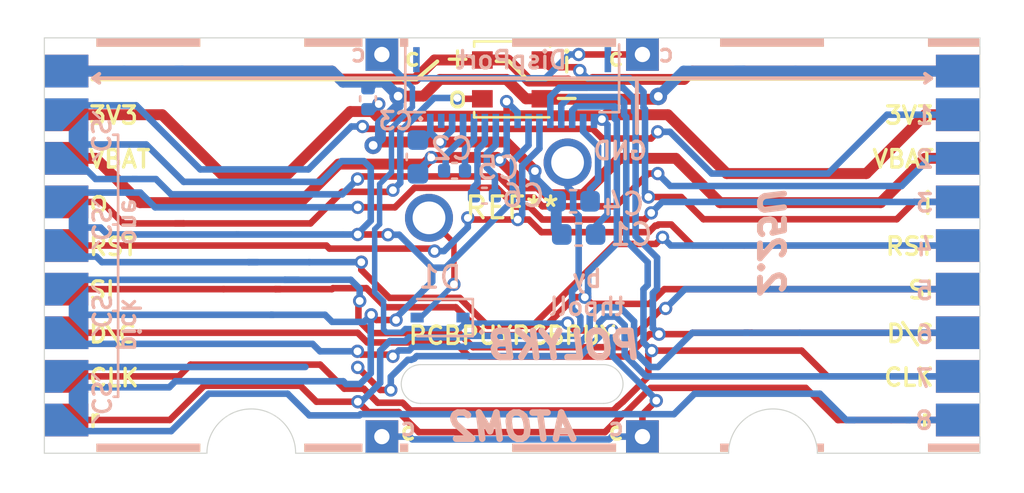
<source format=kicad_pcb>
(kicad_pcb (version 20171130) (host pcbnew "(5.1.9)-1")

  (general
    (thickness 1.6)
    (drawings 110)
    (tracks 601)
    (zones 0)
    (modules 19)
    (nets 28)
  )

  (page A4)
  (layers
    (0 F.Cu signal)
    (31 B.Cu signal)
    (32 B.Adhes user)
    (33 F.Adhes user)
    (34 B.Paste user)
    (35 F.Paste user)
    (36 B.SilkS user)
    (37 F.SilkS user)
    (38 B.Mask user)
    (39 F.Mask user)
    (40 Dwgs.User user)
    (41 Cmts.User user)
    (42 Eco1.User user)
    (43 Eco2.User user)
    (44 Edge.Cuts user)
    (45 Margin user)
    (46 B.CrtYd user)
    (47 F.CrtYd user)
    (48 B.Fab user)
    (49 F.Fab user)
  )

  (setup
    (last_trace_width 0.25)
    (user_trace_width 0.254)
    (user_trace_width 0.2921)
    (user_trace_width 0.3)
    (user_trace_width 0.4)
    (user_trace_width 0.5)
    (user_trace_width 0.75)
    (user_trace_width 1)
    (trace_clearance 0.13)
    (zone_clearance 0.15)
    (zone_45_only no)
    (trace_min 0.2)
    (via_size 0.8)
    (via_drill 0.4)
    (via_min_size 0.4)
    (via_min_drill 0.3)
    (user_via 0.6096 0.3556)
    (uvia_size 0.3)
    (uvia_drill 0.1)
    (uvias_allowed no)
    (uvia_min_size 0.2)
    (uvia_min_drill 0.1)
    (edge_width 0.05)
    (segment_width 0.2)
    (pcb_text_width 0.3)
    (pcb_text_size 1.5 1.5)
    (mod_edge_width 0.12)
    (mod_text_size 1 1)
    (mod_text_width 0.15)
    (pad_size 1.524 1.524)
    (pad_drill 0.762)
    (pad_to_mask_clearance 0)
    (aux_axis_origin 0 0)
    (visible_elements 7FFFFFFF)
    (pcbplotparams
      (layerselection 0x032ff_ffffffff)
      (usegerberextensions true)
      (usegerberattributes true)
      (usegerberadvancedattributes true)
      (creategerberjobfile false)
      (excludeedgelayer true)
      (linewidth 0.127000)
      (plotframeref false)
      (viasonmask false)
      (mode 1)
      (useauxorigin false)
      (hpglpennumber 1)
      (hpglpenspeed 20)
      (hpglpendiameter 15.000000)
      (psnegative false)
      (psa4output false)
      (plotreference true)
      (plotvalue false)
      (plotinvisibletext false)
      (padsonsilk false)
      (subtractmaskfromsilk true)
      (outputformat 1)
      (mirror false)
      (drillshape 0)
      (scaleselection 1)
      (outputdirectory "Gerber/"))
  )

  (net 0 "")
  (net 1 /Keyboard/sheet605ED2EB/GND)
  (net 2 /Keyboard/sheet605ED2EB/3V3)
  (net 3 /Keyboard/sheet605ED2EB/4V2)
  (net 4 "Net-(C4-Pad1)")
  (net 5 "Net-(C5-Pad2)")
  (net 6 "Net-(C5-Pad1)")
  (net 7 "Net-(C6-Pad2)")
  (net 8 "Net-(C6-Pad1)")
  (net 9 /Keyboard/sheet605ED2EB/CS)
  (net 10 /Keyboard/sheet605ED2EB/RESET)
  (net 11 /Keyboard/sheet605ED2EB/D-C)
  (net 12 /Keyboard/sheet605ED2EB/SCLK)
  (net 13 /Keyboard/sheet605ED2EB/SDIN)
  (net 14 /Keyboard/sheet605ED2EB/LED_DOUT)
  (net 15 /Keyboard/sheet605ED2EB/LED_DIN)
  (net 16 /Keyboard/sheet605ED2EB/5V)
  (net 17 "Net-(D1-Pad2)")
  (net 18 /Keyboard/sheet605ED2EB/KeyRow)
  (net 19 /Keyboard/sheet605ED2EB/KeyCol)
  (net 20 CS8)
  (net 21 CS7)
  (net 22 CS6)
  (net 23 CS5)
  (net 24 CS4)
  (net 25 CS3)
  (net 26 CS2)
  (net 27 CS1)

  (net_class Default "This is the default net class."
    (clearance 0.13)
    (trace_width 0.25)
    (via_dia 0.8)
    (via_drill 0.4)
    (uvia_dia 0.3)
    (uvia_drill 0.1)
    (add_net /Keyboard/sheet605ED2EB/3V3)
    (add_net /Keyboard/sheet605ED2EB/4V2)
    (add_net /Keyboard/sheet605ED2EB/5V)
    (add_net /Keyboard/sheet605ED2EB/CS)
    (add_net /Keyboard/sheet605ED2EB/D-C)
    (add_net /Keyboard/sheet605ED2EB/GND)
    (add_net /Keyboard/sheet605ED2EB/KeyCol)
    (add_net /Keyboard/sheet605ED2EB/KeyRow)
    (add_net /Keyboard/sheet605ED2EB/LED_DIN)
    (add_net /Keyboard/sheet605ED2EB/LED_DOUT)
    (add_net /Keyboard/sheet605ED2EB/RESET)
    (add_net /Keyboard/sheet605ED2EB/SCLK)
    (add_net /Keyboard/sheet605ED2EB/SDIN)
    (add_net CS1)
    (add_net CS2)
    (add_net CS3)
    (add_net CS4)
    (add_net CS5)
    (add_net CS6)
    (add_net CS7)
    (add_net CS8)
    (add_net "Net-(C4-Pad1)")
    (add_net "Net-(C5-Pad1)")
    (add_net "Net-(C5-Pad2)")
    (add_net "Net-(C6-Pad1)")
    (add_net "Net-(C6-Pad2)")
    (add_net "Net-(D1-Pad2)")
  )

  (module poly_kb:Stabilizer_Cherry_MX_2u_Only2 (layer F.Cu) (tedit 6149D6C9) (tstamp 614A3451)
    (at 246.6975 118.11)
    (descr "Cherry MX key stabilizer 2u 2.25u 2.5u 2.75u")
    (tags "Cherry MX key stabilizer 2u 2.25u 2.5u 2.75u")
    (attr virtual)
    (fp_text reference REF** (at 0 -3) (layer F.SilkS)
      (effects (font (size 1 1) (thickness 0.15)))
    )
    (fp_text value Stabilizer_Cherry_MX_2u_Only2 (at 0 3.2) (layer F.Fab)
      (effects (font (size 1 1) (thickness 0.15)))
    )
    (fp_line (start -2 0) (end 2 0) (layer Dwgs.User) (width 0.1))
    (fp_line (start 0 2) (end 0 -2) (layer Dwgs.User) (width 0.1))
    (fp_text user REF** (at 0 0) (layer F.Fab)
      (effects (font (size 1 1) (thickness 0.15)))
    )
    (pad ~ np_thru_hole circle (at 11.938 -6.985) (size 3.048 3.048) (drill 3.048) (layers *.Cu *.Mask))
    (pad ~ np_thru_hole circle (at -11.938 -6.985) (size 3.048 3.048) (drill 3.048) (layers *.Cu *.Mask))
    (model ${KIPRJMOD}/Switch_Keyboard/packages3d/Mounting_Keyboard_Stabilizer.3dshapes/Stabilizer_Cherry_MX_2u.wrl
      (at (xyz 0 0 0))
      (scale (xyz 1 1 1))
      (rotate (xyz 0 0 0))
    )
  )

  (module Diode_SMD:D_SOD-323 (layer B.Cu) (tedit 58641739) (tstamp 613F4AAC)
    (at 243.3955 120.142 180)
    (descr SOD-323)
    (tags SOD-323)
    (path /60775168/605ED310/60DD5B2A)
    (attr smd)
    (fp_text reference D1 (at 0 1.85) (layer B.SilkS)
      (effects (font (size 1 1) (thickness 0.15)) (justify mirror))
    )
    (fp_text value D_Small (at 0.1 -1.9) (layer B.Fab)
      (effects (font (size 1 1) (thickness 0.15)) (justify mirror))
    )
    (fp_line (start -1.5 0.85) (end 1.05 0.85) (layer B.SilkS) (width 0.12))
    (fp_line (start -1.5 -0.85) (end 1.05 -0.85) (layer B.SilkS) (width 0.12))
    (fp_line (start -1.6 0.95) (end -1.6 -0.95) (layer B.CrtYd) (width 0.05))
    (fp_line (start -1.6 -0.95) (end 1.6 -0.95) (layer B.CrtYd) (width 0.05))
    (fp_line (start 1.6 0.95) (end 1.6 -0.95) (layer B.CrtYd) (width 0.05))
    (fp_line (start -1.6 0.95) (end 1.6 0.95) (layer B.CrtYd) (width 0.05))
    (fp_line (start -0.9 0.7) (end 0.9 0.7) (layer B.Fab) (width 0.1))
    (fp_line (start 0.9 0.7) (end 0.9 -0.7) (layer B.Fab) (width 0.1))
    (fp_line (start 0.9 -0.7) (end -0.9 -0.7) (layer B.Fab) (width 0.1))
    (fp_line (start -0.9 -0.7) (end -0.9 0.7) (layer B.Fab) (width 0.1))
    (fp_line (start -0.3 0.35) (end -0.3 -0.35) (layer B.Fab) (width 0.1))
    (fp_line (start -0.3 0) (end -0.5 0) (layer B.Fab) (width 0.1))
    (fp_line (start -0.3 0) (end 0.2 0.35) (layer B.Fab) (width 0.1))
    (fp_line (start 0.2 0.35) (end 0.2 -0.35) (layer B.Fab) (width 0.1))
    (fp_line (start 0.2 -0.35) (end -0.3 0) (layer B.Fab) (width 0.1))
    (fp_line (start 0.2 0) (end 0.45 0) (layer B.Fab) (width 0.1))
    (fp_line (start -1.5 0.85) (end -1.5 -0.85) (layer B.SilkS) (width 0.12))
    (fp_text user %R (at 0 1.85) (layer B.Fab)
      (effects (font (size 1 1) (thickness 0.15)) (justify mirror))
    )
    (pad 2 smd rect (at 1.05 0 180) (size 0.6 0.45) (layers B.Cu B.Paste B.Mask)
      (net 17 "Net-(D1-Pad2)"))
    (pad 1 smd rect (at -1.05 0 180) (size 0.6 0.45) (layers B.Cu B.Paste B.Mask)
      (net 19 /Keyboard/sheet605ED2EB/KeyCol))
    (model ${KISYS3DMOD}/Diode_SMD.3dshapes/D_SOD-323.wrl
      (at (xyz 0 0 0))
      (scale (xyz 1 1 1))
      (rotate (xyz 0 0 0))
    )
  )

  (module poly_kb:FPC_16_JUSHUO_AFC05_S16FIA_00 (layer B.Cu) (tedit 6140915F) (tstamp 613F4AD2)
    (at 246.6975 111.125)
    (path /60775168/605ED310/5FC4B7AD)
    (attr smd)
    (fp_text reference J1 (at 0 -1.475) (layer B.SilkS) hide
      (effects (font (size 1 1) (thickness 0.15)) (justify mirror))
    )
    (fp_text value Conn_01x16 (at 0 -2.625) (layer B.Fab)
      (effects (font (size 1 1) (thickness 0.15)) (justify mirror))
    )
    (fp_line (start -4.9 -0.45) (end -4.9 -3.5) (layer B.CrtYd) (width 0.05))
    (fp_line (start -4.9 -3.5) (end 4.9 -3.5) (layer B.CrtYd) (width 0.05))
    (fp_line (start 4.9 -0.45) (end 4.9 -3.5) (layer B.CrtYd) (width 0.05))
    (fp_line (start -4.9 -0.45) (end 4.9 -0.45) (layer B.CrtYd) (width 0.05))
    (fp_line (start 4.895 -0.4) (end 4 -0.4) (layer B.SilkS) (width 0.12))
    (fp_line (start -4.895 -0.4) (end -4 -0.4) (layer B.SilkS) (width 0.12))
    (fp_line (start 4.9 -3.505) (end 4.9 -0.4) (layer B.SilkS) (width 0.12))
    (fp_line (start -4.895 -3.5) (end -4.895 -0.4) (layer B.SilkS) (width 0.12))
    (pad 0 smd rect (at 4.385 -2.81) (size 0.3 1.15) (layers B.Cu B.Paste B.Mask))
    (pad 0 smd rect (at -4.385 -2.81) (size 0.3 1.15) (layers B.Cu B.Paste B.Mask))
    (pad 16 smd rect (at 3.75 0) (size 0.3 0.65) (layers B.Cu B.Paste B.Mask)
      (net 2 /Keyboard/sheet605ED2EB/3V3))
    (pad 15 smd rect (at 3.25 0) (size 0.3 0.65) (layers B.Cu B.Paste B.Mask)
      (net 4 "Net-(C4-Pad1)"))
    (pad 14 smd rect (at 2.75 0) (size 0.3 0.65) (layers B.Cu B.Paste B.Mask)
      (net 13 /Keyboard/sheet605ED2EB/SDIN))
    (pad 13 smd rect (at 2.25 0) (size 0.3 0.65) (layers B.Cu B.Paste B.Mask)
      (net 12 /Keyboard/sheet605ED2EB/SCLK))
    (pad 12 smd rect (at 1.75 0) (size 0.3 0.65) (layers B.Cu B.Paste B.Mask)
      (net 11 /Keyboard/sheet605ED2EB/D-C))
    (pad 11 smd rect (at 1.25 0) (size 0.3 0.65) (layers B.Cu B.Paste B.Mask)
      (net 10 /Keyboard/sheet605ED2EB/RESET))
    (pad 10 smd rect (at 0.75 0) (size 0.3 0.65) (layers B.Cu B.Paste B.Mask)
      (net 9 /Keyboard/sheet605ED2EB/CS))
    (pad 9 smd rect (at 0.25 0) (size 0.3 0.65) (layers B.Cu B.Paste B.Mask)
      (net 2 /Keyboard/sheet605ED2EB/3V3))
    (pad 8 smd rect (at -0.25 0) (size 0.3 0.65) (layers B.Cu B.Paste B.Mask)
      (net 3 /Keyboard/sheet605ED2EB/4V2))
    (pad 7 smd rect (at -0.75 0) (size 0.3 0.65) (layers B.Cu B.Paste B.Mask)
      (net 7 "Net-(C6-Pad2)"))
    (pad 6 smd rect (at -1.25 0) (size 0.3 0.65) (layers B.Cu B.Paste B.Mask)
      (net 8 "Net-(C6-Pad1)"))
    (pad 5 smd rect (at -1.75 0) (size 0.3 0.65) (layers B.Cu B.Paste B.Mask)
      (net 5 "Net-(C5-Pad2)"))
    (pad 4 smd rect (at -2.25 0) (size 0.3 0.65) (layers B.Cu B.Paste B.Mask)
      (net 6 "Net-(C5-Pad1)"))
    (pad 3 smd rect (at -2.75 0) (size 0.3 0.65) (layers B.Cu B.Paste B.Mask)
      (net 1 /Keyboard/sheet605ED2EB/GND))
    (pad 2 smd rect (at -3.25 0) (size 0.3 0.65) (layers B.Cu B.Paste B.Mask))
    (pad 1 smd rect (at -3.75 0) (size 0.3 0.65) (layers B.Cu B.Paste B.Mask)
      (net 1 /Keyboard/sheet605ED2EB/GND))
  )

  (module poly_kb:SW_Cherry_MX_1.00u_PCB_NoSilk locked (layer F.Cu) (tedit 61409127) (tstamp 613F5E86)
    (at 249.2375 113.03)
    (descr "Cherry MX keyswitch, 1.00u, PCB mount, http://cherryamericas.com/wp-content/uploads/2014/12/mx_cat.pdf")
    (tags "Cherry MX keyswitch 1.00u PCB")
    (path /60775168/605ED310/60DD50C7)
    (fp_text reference SW1 (at -2.4765 3.175) (layer F.SilkS) hide
      (effects (font (size 1 1) (thickness 0.15)))
    )
    (fp_text value SW_Push (at -2.54 12.954) (layer F.Fab)
      (effects (font (size 1 1) (thickness 0.15)))
    )
    (fp_line (start -12.065 14.605) (end -12.065 -4.445) (layer Dwgs.User) (width 0.15))
    (fp_line (start 6.985 14.605) (end -12.065 14.605) (layer Dwgs.User) (width 0.15))
    (fp_line (start 6.985 -4.445) (end 6.985 14.605) (layer Dwgs.User) (width 0.15))
    (fp_line (start -12.065 -4.445) (end 6.985 -4.445) (layer Dwgs.User) (width 0.15))
    (fp_line (start -9.14 -1.52) (end 4.06 -1.52) (layer F.CrtYd) (width 0.05))
    (fp_line (start 4.06 -1.52) (end 4.06 11.68) (layer F.CrtYd) (width 0.05))
    (fp_line (start 4.06 11.68) (end -9.14 11.68) (layer F.CrtYd) (width 0.05))
    (fp_line (start -9.14 11.68) (end -9.14 -1.52) (layer F.CrtYd) (width 0.05))
    (fp_line (start -8.89 11.43) (end -8.89 -1.27) (layer F.Fab) (width 0.1))
    (fp_line (start 3.81 11.43) (end -8.89 11.43) (layer F.Fab) (width 0.1))
    (fp_line (start 3.81 -1.27) (end 3.81 11.43) (layer F.Fab) (width 0.1))
    (fp_line (start -8.89 -1.27) (end 3.81 -1.27) (layer F.Fab) (width 0.1))
    (fp_text user %R (at -2.54 -2.794) (layer F.Fab)
      (effects (font (size 1 1) (thickness 0.15)))
    )
    (pad 1 thru_hole circle (at 0 0) (size 2.2 2.2) (drill 1.5) (layers *.Cu *.Mask)
      (net 18 /Keyboard/sheet605ED2EB/KeyRow))
    (pad 2 thru_hole circle (at -6.35 2.54) (size 2.2 2.2) (drill 1.5) (layers *.Cu *.Mask)
      (net 17 "Net-(D1-Pad2)"))
    (pad "" np_thru_hole circle (at -2.54 5.08) (size 4 4) (drill 4) (layers *.Cu *.Mask))
    (pad "" np_thru_hole circle (at -7.62 5.08) (size 1.7 1.7) (drill 1.7) (layers *.Cu *.Mask))
    (pad "" np_thru_hole circle (at 2.54 5.08) (size 1.7 1.7) (drill 1.7) (layers *.Cu *.Mask))
    (model ${KISYS3DMOD}/Button_Switch_Keyboard.3dshapes/SW_Cherry_MX_1.00u_PCB.wrl
      (at (xyz 0 0 0))
      (scale (xyz 1 1 1))
      (rotate (xyz 0 0 0))
    )
    (model ${KISYS3DMOD}/SW_Cherry_MX_PCB.wrl
      (offset (xyz -2.54 -5.08 0))
      (scale (xyz 1 1 1))
      (rotate (xyz 0 0 0))
    )
  )

  (module poly_kb:AtomConnectCS (layer B.Cu) (tedit 61408B88) (tstamp 6140566D)
    (at 226.28225 116.84 270)
    (path /60775168/613F0D03)
    (fp_text reference J5 (at 0 2.4 90) (layer B.SilkS) hide
      (effects (font (size 1 1) (thickness 0.15)) (justify mirror))
    )
    (fp_text value WestBack (at 0 -2.2 90) (layer B.Fab)
      (effects (font (size 1 1) (thickness 0.15)) (justify mirror))
    )
    (pad 10 smd custom (at 6.5 -0.75 270) (size 0.5 0.5) (layers B.Cu B.Paste B.Mask)
      (net 9 /Keyboard/sheet605ED2EB/CS) (zone_connect 0)
      (options (clearance outline) (anchor circle))
      (primitives
        (gr_poly (pts
           (xy 0.75 0.65) (xy 1.65 -0.25) (xy 0.75 -0.25)) (width 0))
        (gr_poly (pts
           (xy 0.25 0.65) (xy -0.65 -0.25) (xy 0.25 -0.25)) (width 0))
        (gr_poly (pts
           (xy 0.75 -0.25) (xy 0.25 -0.25) (xy 0.25 0.65) (xy 0.75 0.65)) (width 0))
      ))
    (pad 10 smd custom (at 2.5 -0.75 270) (size 0.5 0.5) (layers B.Cu B.Paste B.Mask)
      (net 9 /Keyboard/sheet605ED2EB/CS) (zone_connect 0)
      (options (clearance outline) (anchor circle))
      (primitives
        (gr_poly (pts
           (xy 0.75 0.65) (xy 1.65 -0.25) (xy 0.75 -0.25)) (width 0))
        (gr_poly (pts
           (xy 0.25 0.65) (xy -0.65 -0.25) (xy 0.25 -0.25)) (width 0))
        (gr_poly (pts
           (xy 0.75 -0.25) (xy 0.25 -0.25) (xy 0.25 0.65) (xy 0.75 0.65)) (width 0))
      ))
    (pad 10 smd custom (at -1.5 -0.75 270) (size 0.5 0.5) (layers B.Cu B.Paste B.Mask)
      (net 9 /Keyboard/sheet605ED2EB/CS) (zone_connect 0)
      (options (clearance outline) (anchor circle))
      (primitives
        (gr_poly (pts
           (xy 0.75 0.65) (xy 1.65 -0.25) (xy 0.75 -0.25)) (width 0))
        (gr_poly (pts
           (xy 0.25 0.65) (xy -0.65 -0.25) (xy 0.25 -0.25)) (width 0))
        (gr_poly (pts
           (xy 0.75 -0.25) (xy 0.25 -0.25) (xy 0.25 0.65) (xy 0.75 0.65)) (width 0))
      ))
    (pad 10 smd custom (at -5.5 -0.75 270) (size 0.5 0.5) (layers B.Cu B.Paste B.Mask)
      (net 9 /Keyboard/sheet605ED2EB/CS) (zone_connect 0)
      (options (clearance outline) (anchor circle))
      (primitives
        (gr_poly (pts
           (xy 0.75 0.65) (xy 1.65 -0.25) (xy 0.75 -0.25)) (width 0))
        (gr_poly (pts
           (xy 0.25 0.65) (xy -0.65 -0.25) (xy 0.25 -0.25)) (width 0))
        (gr_poly (pts
           (xy 0.75 -0.25) (xy 0.25 -0.25) (xy 0.25 0.65) (xy 0.75 0.65)) (width 0))
      ))
    (pad 9 smd custom (at 8 0.5 90) (size 1 1) (layers B.Cu B.Paste B.Mask)
      (net 20 CS8) (zone_connect 0)
      (options (clearance outline) (anchor rect))
      (primitives
        (gr_poly (pts
           (xy 0.75 0.3) (xy 0.75 -0.5) (xy -0.75 -0.5) (xy -0.75 1.5) (xy -0.45 1.5)
) (width 0))
      ))
    (pad 8 smd custom (at 6 0.5 90) (size 1 1) (layers B.Cu B.Paste B.Mask)
      (net 21 CS7) (zone_connect 0)
      (options (clearance outline) (anchor rect))
      (primitives
        (gr_poly (pts
           (xy -0.75 0.3) (xy -0.75 -0.5) (xy 0.75 -0.5) (xy 0.75 1.5) (xy 0.45 1.5)
) (width 0))
      ))
    (pad 7 smd custom (at 4 0.5 90) (size 1 1) (layers B.Cu B.Paste B.Mask)
      (net 22 CS6) (zone_connect 0)
      (options (clearance outline) (anchor rect))
      (primitives
        (gr_poly (pts
           (xy 0.75 0.3) (xy 0.75 -0.5) (xy -0.75 -0.5) (xy -0.75 1.5) (xy -0.45 1.5)
) (width 0))
      ))
    (pad 6 smd custom (at 2 0.5 90) (size 1 1) (layers B.Cu B.Paste B.Mask)
      (net 23 CS5) (zone_connect 0)
      (options (clearance outline) (anchor rect))
      (primitives
        (gr_poly (pts
           (xy -0.75 0.3) (xy -0.75 -0.5) (xy 0.75 -0.5) (xy 0.75 1.5) (xy 0.45 1.5)
) (width 0))
      ))
    (pad 5 smd custom (at 0 0.5 90) (size 1 1) (layers B.Cu B.Paste B.Mask)
      (net 24 CS4) (zone_connect 0)
      (options (clearance outline) (anchor rect))
      (primitives
        (gr_poly (pts
           (xy 0.75 0.3) (xy 0.75 -0.5) (xy -0.75 -0.5) (xy -0.75 1.5) (xy -0.45 1.5)
) (width 0))
      ))
    (pad 4 smd custom (at -2 0.5 90) (size 1 1) (layers B.Cu B.Paste B.Mask)
      (net 25 CS3) (zone_connect 0)
      (options (clearance outline) (anchor rect))
      (primitives
        (gr_poly (pts
           (xy -0.75 0.3) (xy -0.75 -0.5) (xy 0.75 -0.5) (xy 0.75 1.5) (xy 0.45 1.5)
) (width 0))
      ))
    (pad 3 smd custom (at -4 0.5 90) (size 1 1) (layers B.Cu B.Paste B.Mask)
      (net 26 CS2) (zone_connect 0)
      (options (clearance outline) (anchor rect))
      (primitives
        (gr_poly (pts
           (xy 0.75 0.3) (xy 0.75 -0.5) (xy -0.75 -0.5) (xy -0.75 1.5) (xy -0.45 1.5)
) (width 0))
      ))
    (pad 2 smd custom (at -6 0.5 90) (size 1 1) (layers B.Cu B.Paste B.Mask)
      (net 27 CS1) (zone_connect 0)
      (options (clearance outline) (anchor rect))
      (primitives
        (gr_poly (pts
           (xy -0.75 0.3) (xy -0.75 -0.5) (xy 0.75 -0.5) (xy 0.75 1.5) (xy 0.45 1.5)
) (width 0))
      ))
    (pad 1 smd rect (at -8 0 270) (size 1.5 2) (layers B.Cu B.Paste B.Mask)
      (net 1 /Keyboard/sheet605ED2EB/GND) (zone_connect 0))
  )

  (module poly_kb:AtomConnect2 (layer B.Cu) (tedit 61407A48) (tstamp 613F4B1E)
    (at 267.11275 116.84 270)
    (path /60775168/613EFBA3)
    (fp_text reference J6 (at 0 -2.159 90) (layer B.SilkS) hide
      (effects (font (size 1 1) (thickness 0.15)) (justify mirror))
    )
    (fp_text value EastBack (at 0 -2.2 90) (layer B.Fab)
      (effects (font (size 1 1) (thickness 0.15)) (justify mirror))
    )
    (pad 9 smd rect (at 8 0 270) (size 1.5 2) (layers B.Cu B.Paste B.Mask)
      (net 20 CS8))
    (pad 8 smd rect (at 6 0 270) (size 1.5 2) (layers B.Cu B.Paste B.Mask)
      (net 21 CS7))
    (pad 7 smd rect (at 4 0 270) (size 1.5 2) (layers B.Cu B.Paste B.Mask)
      (net 22 CS6))
    (pad 1 smd rect (at -8 0 270) (size 1.5 2) (layers B.Cu B.Paste B.Mask)
      (net 1 /Keyboard/sheet605ED2EB/GND))
    (pad 6 smd rect (at 2 0 270) (size 1.5 2) (layers B.Cu B.Paste B.Mask)
      (net 23 CS5))
    (pad 2 smd rect (at -6 0 270) (size 1.5 2) (layers B.Cu B.Paste B.Mask)
      (net 27 CS1))
    (pad 3 smd rect (at -4 0 270) (size 1.5 2) (layers B.Cu B.Paste B.Mask)
      (net 26 CS2))
    (pad 4 smd rect (at -2 0 270) (size 1.5 2) (layers B.Cu B.Paste B.Mask)
      (net 25 CS3))
    (pad 5 smd rect (at 0 0 270) (size 1.5 2) (layers B.Cu B.Paste B.Mask)
      (net 24 CS4))
  )

  (module poly_kb:AtomConnect2 (layer F.Cu) (tedit 61407A48) (tstamp 613F4AF8)
    (at 267.11275 116.84 270)
    (path /60775168/60DD874F)
    (fp_text reference J4 (at 0 -2.4 90) (layer F.SilkS) hide
      (effects (font (size 1 1) (thickness 0.15)))
    )
    (fp_text value EastFront (at 0 2.2 90) (layer F.Fab)
      (effects (font (size 1 1) (thickness 0.15)))
    )
    (pad 9 smd rect (at 8 0 270) (size 1.5 2) (layers F.Cu F.Paste F.Mask)
      (net 18 /Keyboard/sheet605ED2EB/KeyRow))
    (pad 8 smd rect (at 6 0 270) (size 1.5 2) (layers F.Cu F.Paste F.Mask)
      (net 12 /Keyboard/sheet605ED2EB/SCLK))
    (pad 7 smd rect (at 4 0 270) (size 1.5 2) (layers F.Cu F.Paste F.Mask)
      (net 11 /Keyboard/sheet605ED2EB/D-C))
    (pad 1 smd rect (at -8 0 270) (size 1.5 2) (layers F.Cu F.Paste F.Mask)
      (net 16 /Keyboard/sheet605ED2EB/5V))
    (pad 6 smd rect (at 2 0 270) (size 1.5 2) (layers F.Cu F.Paste F.Mask)
      (net 13 /Keyboard/sheet605ED2EB/SDIN))
    (pad 2 smd rect (at -6 0 270) (size 1.5 2) (layers F.Cu F.Paste F.Mask)
      (net 2 /Keyboard/sheet605ED2EB/3V3))
    (pad 3 smd rect (at -4 0 270) (size 1.5 2) (layers F.Cu F.Paste F.Mask)
      (net 3 /Keyboard/sheet605ED2EB/4V2))
    (pad 4 smd rect (at -2 0 270) (size 1.5 2) (layers F.Cu F.Paste F.Mask)
      (net 15 /Keyboard/sheet605ED2EB/LED_DIN))
    (pad 5 smd rect (at 0 0 270) (size 1.5 2) (layers F.Cu F.Paste F.Mask)
      (net 10 /Keyboard/sheet605ED2EB/RESET))
  )

  (module poly_kb:AtomConnect2 (layer F.Cu) (tedit 61407A48) (tstamp 613F4AE5)
    (at 226.28225 116.84 270)
    (path /60775168/6132B688)
    (fp_text reference J3 (at 0 -2.4 90) (layer F.SilkS) hide
      (effects (font (size 1 1) (thickness 0.15)))
    )
    (fp_text value WestFront (at 0 2.2 90) (layer F.Fab)
      (effects (font (size 1 1) (thickness 0.15)))
    )
    (pad 9 smd rect (at 8 0 270) (size 1.5 2) (layers F.Cu F.Paste F.Mask)
      (net 18 /Keyboard/sheet605ED2EB/KeyRow))
    (pad 8 smd rect (at 6 0 270) (size 1.5 2) (layers F.Cu F.Paste F.Mask)
      (net 12 /Keyboard/sheet605ED2EB/SCLK))
    (pad 7 smd rect (at 4 0 270) (size 1.5 2) (layers F.Cu F.Paste F.Mask)
      (net 11 /Keyboard/sheet605ED2EB/D-C))
    (pad 1 smd rect (at -8 0 270) (size 1.5 2) (layers F.Cu F.Paste F.Mask)
      (net 16 /Keyboard/sheet605ED2EB/5V))
    (pad 6 smd rect (at 2 0 270) (size 1.5 2) (layers F.Cu F.Paste F.Mask)
      (net 13 /Keyboard/sheet605ED2EB/SDIN))
    (pad 2 smd rect (at -6 0 270) (size 1.5 2) (layers F.Cu F.Paste F.Mask)
      (net 2 /Keyboard/sheet605ED2EB/3V3))
    (pad 3 smd rect (at -4 0 270) (size 1.5 2) (layers F.Cu F.Paste F.Mask)
      (net 3 /Keyboard/sheet605ED2EB/4V2))
    (pad 4 smd rect (at -2 0 270) (size 1.5 2) (layers F.Cu F.Paste F.Mask)
      (net 14 /Keyboard/sheet605ED2EB/LED_DOUT))
    (pad 5 smd rect (at 0 0 270) (size 1.5 2) (layers F.Cu F.Paste F.Mask)
      (net 10 /Keyboard/sheet605ED2EB/RESET))
  )

  (module poly_kb:TestPoin_1.5x1.5mm_Drill0.7mm (layer F.Cu) (tedit 61406E0F) (tstamp 61407B7F)
    (at 252.6665 125.603)
    (descr "THT rectangular pad as test Point, square 1.5mm side length, hole diameter 0.7mm")
    (tags "test point THT pad rectangle square")
    (path /60775168/61444659)
    (attr virtual)
    (fp_text reference J9 (at -1.397 0.127) (layer F.SilkS) hide
      (effects (font (size 0.8 0.8) (thickness 0.153)))
    )
    (fp_text value South2 (at 0 1.75) (layer F.Fab)
      (effects (font (size 1 1) (thickness 0.15)))
    )
    (fp_text user %R (at 0 -1.65) (layer F.Fab)
      (effects (font (size 1 1) (thickness 0.15)))
    )
    (pad 1 thru_hole rect (at 0 0) (size 1.5 1.5) (drill 0.7) (layers *.Cu *.Mask)
      (net 19 /Keyboard/sheet605ED2EB/KeyCol))
  )

  (module poly_kb:TestPoin_1.5x1.5mm_Drill0.7mm (layer F.Cu) (tedit 61406E0F) (tstamp 61407B71)
    (at 240.7285 108.077)
    (descr "THT rectangular pad as test Point, square 1.5mm side length, hole diameter 0.7mm")
    (tags "test point THT pad rectangle square")
    (path /60775168/61441F3E)
    (attr virtual)
    (fp_text reference J8 (at -1.143 0) (layer F.SilkS) hide
      (effects (font (size 0.8 0.8) (thickness 0.153)))
    )
    (fp_text value North2 (at 0 1.75) (layer F.Fab)
      (effects (font (size 1 1) (thickness 0.15)))
    )
    (fp_text user %R (at 0 -1.65) (layer F.Fab) hide
      (effects (font (size 1 1) (thickness 0.15)))
    )
    (pad 1 thru_hole rect (at 0 0) (size 1.5 1.5) (drill 0.7) (layers *.Cu *.Mask)
      (net 19 /Keyboard/sheet605ED2EB/KeyCol))
  )

  (module poly_kb:TestPoin_1.5x1.5mm_Drill0.7mm (layer F.Cu) (tedit 61406E0F) (tstamp 6140A051)
    (at 240.7285 125.603)
    (descr "THT rectangular pad as test Point, square 1.5mm side length, hole diameter 0.7mm")
    (tags "test point THT pad rectangle square")
    (path /60775168/61410C7E)
    (attr virtual)
    (fp_text reference J7 (at 1.397 0.127) (layer F.SilkS) hide
      (effects (font (size 0.8 0.8) (thickness 0.153)))
    )
    (fp_text value South (at 0 1.75) (layer F.Fab)
      (effects (font (size 1 1) (thickness 0.15)))
    )
    (fp_text user %R (at 0 -1.65) (layer F.Fab)
      (effects (font (size 1 1) (thickness 0.15)))
    )
    (pad 1 thru_hole rect (at 0 0) (size 1.5 1.5) (drill 0.7) (layers *.Cu *.Mask)
      (net 19 /Keyboard/sheet605ED2EB/KeyCol))
  )

  (module poly_kb:TestPoin_1.5x1.5mm_Drill0.7mm (layer F.Cu) (tedit 61406E0F) (tstamp 61407AC5)
    (at 252.6665 108.077)
    (descr "THT rectangular pad as test Point, square 1.5mm side length, hole diameter 0.7mm")
    (tags "test point THT pad rectangle square")
    (path /60775168/61409CF2)
    (attr virtual)
    (fp_text reference J2 (at 1.143 -0.127) (layer F.SilkS) hide
      (effects (font (size 0.8 0.8) (thickness 0.153)))
    )
    (fp_text value North (at 0 1.75) (layer F.Fab)
      (effects (font (size 1 1) (thickness 0.15)))
    )
    (fp_text user %R (at 0 -1.65) (layer F.Fab)
      (effects (font (size 1 1) (thickness 0.15)))
    )
    (pad 1 thru_hole rect (at 0 0) (size 1.5 1.5) (drill 0.7) (layers *.Cu *.Mask)
      (net 19 /Keyboard/sheet605ED2EB/KeyCol))
  )

  (module Capacitor_SMD:C_0603_1608Metric (layer B.Cu) (tedit 5F68FEEE) (tstamp 613F4A72)
    (at 249.4915 114.808 180)
    (descr "Capacitor SMD 0603 (1608 Metric), square (rectangular) end terminal, IPC_7351 nominal, (Body size source: IPC-SM-782 page 76, https://www.pcb-3d.com/wordpress/wp-content/uploads/ipc-sm-782a_amendment_1_and_2.pdf), generated with kicad-footprint-generator")
    (tags capacitor)
    (path /60775168/605ED310/607EA96B)
    (attr smd)
    (fp_text reference C4 (at -2.286 -0.127) (layer B.SilkS)
      (effects (font (size 1 1) (thickness 0.15)) (justify mirror))
    )
    (fp_text value 4.7uF (at 0 -1.43) (layer B.Fab)
      (effects (font (size 1 1) (thickness 0.15)) (justify mirror))
    )
    (fp_line (start 1.48 -0.73) (end -1.48 -0.73) (layer B.CrtYd) (width 0.05))
    (fp_line (start 1.48 0.73) (end 1.48 -0.73) (layer B.CrtYd) (width 0.05))
    (fp_line (start -1.48 0.73) (end 1.48 0.73) (layer B.CrtYd) (width 0.05))
    (fp_line (start -1.48 -0.73) (end -1.48 0.73) (layer B.CrtYd) (width 0.05))
    (fp_line (start -0.14058 -0.51) (end 0.14058 -0.51) (layer B.SilkS) (width 0.12))
    (fp_line (start -0.14058 0.51) (end 0.14058 0.51) (layer B.SilkS) (width 0.12))
    (fp_line (start 0.8 -0.4) (end -0.8 -0.4) (layer B.Fab) (width 0.1))
    (fp_line (start 0.8 0.4) (end 0.8 -0.4) (layer B.Fab) (width 0.1))
    (fp_line (start -0.8 0.4) (end 0.8 0.4) (layer B.Fab) (width 0.1))
    (fp_line (start -0.8 -0.4) (end -0.8 0.4) (layer B.Fab) (width 0.1))
    (fp_text user %R (at 0 0) (layer B.Fab)
      (effects (font (size 0.4 0.4) (thickness 0.06)) (justify mirror))
    )
    (pad 2 smd roundrect (at 0.775 0 180) (size 0.9 0.95) (layers B.Cu B.Paste B.Mask) (roundrect_rratio 0.25)
      (net 1 /Keyboard/sheet605ED2EB/GND))
    (pad 1 smd roundrect (at -0.775 0 180) (size 0.9 0.95) (layers B.Cu B.Paste B.Mask) (roundrect_rratio 0.25)
      (net 4 "Net-(C4-Pad1)"))
    (model ${KISYS3DMOD}/Capacitor_SMD.3dshapes/C_0603_1608Metric.wrl
      (at (xyz 0 0 0))
      (scale (xyz 1 1 1))
      (rotate (xyz 0 0 0))
    )
  )

  (module poly_kb:WS2812B-Mini (layer F.Cu) (tedit 5FC48428) (tstamp 613F4B34)
    (at 246.6975 109.22)
    (path /60775168/605ED310/607EA967)
    (attr smd)
    (fp_text reference LED1 (at 0 0 180) (layer F.SilkS) hide
      (effects (font (size 0.6 0.6) (thickness 0.15)))
    )
    (fp_text value WS2812B-Mini (at 0 0 180) (layer F.Fab)
      (effects (font (size 0.6 0.6) (thickness 0.15)))
    )
    (fp_line (start 0.94 1.74) (end -1.74 1.74) (layer F.SilkS) (width 0.12))
    (fp_line (start -1.74 -1.74) (end 1.74 -1.74) (layer F.SilkS) (width 0.12))
    (fp_line (start -1.74 1.74) (end -1.74 -1.74) (layer F.CrtYd) (width 0.05))
    (fp_line (start 1.74 1.74) (end 1.74 -1.74) (layer F.CrtYd) (width 0.05))
    (fp_line (start -1.74 1.74) (end -1.74 1.5) (layer F.SilkS) (width 0.12))
    (fp_line (start -1.74 -1.74) (end -1.74 -1.5) (layer F.SilkS) (width 0.12))
    (fp_line (start 1.74 -1.74) (end 1.74 -1.5) (layer F.SilkS) (width 0.12))
    (fp_line (start 0.94 1.74) (end 1.7 1.74) (layer F.SilkS) (width 0.12))
    (fp_line (start 1.74 -1.74) (end -1.74 -1.74) (layer F.CrtYd) (width 0.05))
    (fp_line (start -1.74 1.74) (end 1.74 1.74) (layer F.CrtYd) (width 0.05))
    (fp_text user i (at 2.5 -0.8) (layer F.SilkS)
      (effects (font (size 1 1) (thickness 0.15)))
    )
    (fp_text user o (at -2.5 0.8) (layer F.SilkS)
      (effects (font (size 1 1) (thickness 0.15)))
    )
    (fp_text user - (at 2.5 0.8) (layer F.SilkS)
      (effects (font (size 1 1) (thickness 0.15)))
    )
    (fp_text user + (at -2.5 -1) (layer F.SilkS)
      (effects (font (size 1 1) (thickness 0.15)))
    )
    (pad 4 smd rect (at 1.365 -0.89 90) (size 0.8 0.95) (layers F.Cu F.Paste F.Mask)
      (net 15 /Keyboard/sheet605ED2EB/LED_DIN))
    (pad 1 smd rect (at -1.365 -0.89 90) (size 0.8 0.95) (layers F.Cu F.Paste F.Mask)
      (net 16 /Keyboard/sheet605ED2EB/5V))
    (pad 3 smd rect (at 1.365 0.89 90) (size 0.8 0.95) (layers F.Cu F.Paste F.Mask)
      (net 1 /Keyboard/sheet605ED2EB/GND))
    (pad 2 smd rect (at -1.365 0.89 90) (size 0.8 0.95) (layers F.Cu F.Paste F.Mask)
      (net 14 /Keyboard/sheet605ED2EB/LED_DOUT))
  )

  (module Capacitor_SMD:C_0402_1005Metric (layer B.Cu) (tedit 5F68FEEE) (tstamp 613F4A94)
    (at 245.4275 114.554)
    (descr "Capacitor SMD 0402 (1005 Metric), square (rectangular) end terminal, IPC_7351 nominal, (Body size source: IPC-SM-782 page 76, https://www.pcb-3d.com/wordpress/wp-content/uploads/ipc-sm-782a_amendment_1_and_2.pdf), generated with kicad-footprint-generator")
    (tags capacitor)
    (path /60775168/605ED310/60788FD5)
    (attr smd)
    (fp_text reference C6 (at 1.778 0) (layer B.SilkS)
      (effects (font (size 1 1) (thickness 0.15)) (justify mirror))
    )
    (fp_text value 1uF (at 0 -1.16) (layer B.Fab)
      (effects (font (size 1 1) (thickness 0.15)) (justify mirror))
    )
    (fp_line (start -0.5 -0.25) (end -0.5 0.25) (layer B.Fab) (width 0.1))
    (fp_line (start -0.5 0.25) (end 0.5 0.25) (layer B.Fab) (width 0.1))
    (fp_line (start 0.5 0.25) (end 0.5 -0.25) (layer B.Fab) (width 0.1))
    (fp_line (start 0.5 -0.25) (end -0.5 -0.25) (layer B.Fab) (width 0.1))
    (fp_line (start -0.107836 0.36) (end 0.107836 0.36) (layer B.SilkS) (width 0.12))
    (fp_line (start -0.107836 -0.36) (end 0.107836 -0.36) (layer B.SilkS) (width 0.12))
    (fp_line (start -0.91 -0.46) (end -0.91 0.46) (layer B.CrtYd) (width 0.05))
    (fp_line (start -0.91 0.46) (end 0.91 0.46) (layer B.CrtYd) (width 0.05))
    (fp_line (start 0.91 0.46) (end 0.91 -0.46) (layer B.CrtYd) (width 0.05))
    (fp_line (start 0.91 -0.46) (end -0.91 -0.46) (layer B.CrtYd) (width 0.05))
    (fp_text user %R (at 0 0) (layer B.Fab)
      (effects (font (size 0.25 0.25) (thickness 0.04)) (justify mirror))
    )
    (pad 2 smd roundrect (at 0.48 0) (size 0.56 0.62) (layers B.Cu B.Paste B.Mask) (roundrect_rratio 0.25)
      (net 7 "Net-(C6-Pad2)"))
    (pad 1 smd roundrect (at -0.48 0) (size 0.56 0.62) (layers B.Cu B.Paste B.Mask) (roundrect_rratio 0.25)
      (net 8 "Net-(C6-Pad1)"))
    (model ${KISYS3DMOD}/Capacitor_SMD.3dshapes/C_0402_1005Metric.wrl
      (at (xyz 0 0 0))
      (scale (xyz 1 1 1))
      (rotate (xyz 0 0 0))
    )
  )

  (module Capacitor_SMD:C_0402_1005Metric (layer B.Cu) (tedit 5F68FEEE) (tstamp 613F4A83)
    (at 244.0585 113.411)
    (descr "Capacitor SMD 0402 (1005 Metric), square (rectangular) end terminal, IPC_7351 nominal, (Body size source: IPC-SM-782 page 76, https://www.pcb-3d.com/wordpress/wp-content/uploads/ipc-sm-782a_amendment_1_and_2.pdf), generated with kicad-footprint-generator")
    (tags capacitor)
    (path /60775168/605ED310/607EA972)
    (attr smd)
    (fp_text reference C5 (at 2.004 -0.127) (layer B.SilkS)
      (effects (font (size 1 1) (thickness 0.15)) (justify mirror))
    )
    (fp_text value 1uF (at 0 -1.16) (layer B.Fab)
      (effects (font (size 1 1) (thickness 0.15)) (justify mirror))
    )
    (fp_line (start -0.5 -0.25) (end -0.5 0.25) (layer B.Fab) (width 0.1))
    (fp_line (start -0.5 0.25) (end 0.5 0.25) (layer B.Fab) (width 0.1))
    (fp_line (start 0.5 0.25) (end 0.5 -0.25) (layer B.Fab) (width 0.1))
    (fp_line (start 0.5 -0.25) (end -0.5 -0.25) (layer B.Fab) (width 0.1))
    (fp_line (start -0.107836 0.36) (end 0.107836 0.36) (layer B.SilkS) (width 0.12))
    (fp_line (start -0.107836 -0.36) (end 0.107836 -0.36) (layer B.SilkS) (width 0.12))
    (fp_line (start -0.91 -0.46) (end -0.91 0.46) (layer B.CrtYd) (width 0.05))
    (fp_line (start -0.91 0.46) (end 0.91 0.46) (layer B.CrtYd) (width 0.05))
    (fp_line (start 0.91 0.46) (end 0.91 -0.46) (layer B.CrtYd) (width 0.05))
    (fp_line (start 0.91 -0.46) (end -0.91 -0.46) (layer B.CrtYd) (width 0.05))
    (fp_text user %R (at 0 0) (layer B.Fab)
      (effects (font (size 0.25 0.25) (thickness 0.04)) (justify mirror))
    )
    (pad 2 smd roundrect (at 0.48 0) (size 0.56 0.62) (layers B.Cu B.Paste B.Mask) (roundrect_rratio 0.25)
      (net 5 "Net-(C5-Pad2)"))
    (pad 1 smd roundrect (at -0.48 0) (size 0.56 0.62) (layers B.Cu B.Paste B.Mask) (roundrect_rratio 0.25)
      (net 6 "Net-(C5-Pad1)"))
    (model ${KISYS3DMOD}/Capacitor_SMD.3dshapes/C_0402_1005Metric.wrl
      (at (xyz 0 0 0))
      (scale (xyz 1 1 1))
      (rotate (xyz 0 0 0))
    )
  )

  (module Capacitor_SMD:C_0402_1005Metric (layer B.Cu) (tedit 5F68FEEE) (tstamp 613F4A61)
    (at 240.0935 110.109 90)
    (descr "Capacitor SMD 0402 (1005 Metric), square (rectangular) end terminal, IPC_7351 nominal, (Body size source: IPC-SM-782 page 76, https://www.pcb-3d.com/wordpress/wp-content/uploads/ipc-sm-782a_amendment_1_and_2.pdf), generated with kicad-footprint-generator")
    (tags capacitor)
    (path /60775168/605ED310/60DCE49F)
    (attr smd)
    (fp_text reference C3 (at -1.016 1.27 180) (layer B.SilkS)
      (effects (font (size 0.8 0.8) (thickness 0.153)) (justify mirror))
    )
    (fp_text value 1uF (at 0 -1.16 90) (layer B.Fab)
      (effects (font (size 1 1) (thickness 0.15)) (justify mirror))
    )
    (fp_line (start -0.5 -0.25) (end -0.5 0.25) (layer B.Fab) (width 0.1))
    (fp_line (start -0.5 0.25) (end 0.5 0.25) (layer B.Fab) (width 0.1))
    (fp_line (start 0.5 0.25) (end 0.5 -0.25) (layer B.Fab) (width 0.1))
    (fp_line (start 0.5 -0.25) (end -0.5 -0.25) (layer B.Fab) (width 0.1))
    (fp_line (start -0.107836 0.36) (end 0.107836 0.36) (layer B.SilkS) (width 0.12))
    (fp_line (start -0.107836 -0.36) (end 0.107836 -0.36) (layer B.SilkS) (width 0.12))
    (fp_line (start -0.91 -0.46) (end -0.91 0.46) (layer B.CrtYd) (width 0.05))
    (fp_line (start -0.91 0.46) (end 0.91 0.46) (layer B.CrtYd) (width 0.05))
    (fp_line (start 0.91 0.46) (end 0.91 -0.46) (layer B.CrtYd) (width 0.05))
    (fp_line (start 0.91 -0.46) (end -0.91 -0.46) (layer B.CrtYd) (width 0.05))
    (fp_text user %R (at 0 0 90) (layer B.Fab)
      (effects (font (size 0.25 0.25) (thickness 0.04)) (justify mirror))
    )
    (pad 2 smd roundrect (at 0.48 0 90) (size 0.56 0.62) (layers B.Cu B.Paste B.Mask) (roundrect_rratio 0.25)
      (net 1 /Keyboard/sheet605ED2EB/GND))
    (pad 1 smd roundrect (at -0.48 0 90) (size 0.56 0.62) (layers B.Cu B.Paste B.Mask) (roundrect_rratio 0.25)
      (net 2 /Keyboard/sheet605ED2EB/3V3))
    (model ${KISYS3DMOD}/Capacitor_SMD.3dshapes/C_0402_1005Metric.wrl
      (at (xyz 0 0 0))
      (scale (xyz 1 1 1))
      (rotate (xyz 0 0 0))
    )
  )

  (module Capacitor_SMD:C_0603_1608Metric (layer B.Cu) (tedit 5F68FEEE) (tstamp 613F4A50)
    (at 242.3795 112.776 90)
    (descr "Capacitor SMD 0603 (1608 Metric), square (rectangular) end terminal, IPC_7351 nominal, (Body size source: IPC-SM-782 page 76, https://www.pcb-3d.com/wordpress/wp-content/uploads/ipc-sm-782a_amendment_1_and_2.pdf), generated with kicad-footprint-generator")
    (tags capacitor)
    (path /60775168/605ED310/607EA977)
    (attr smd)
    (fp_text reference C2 (at 0.381 1.5494 180) (layer B.SilkS)
      (effects (font (size 1 1) (thickness 0.15)) (justify mirror))
    )
    (fp_text value 2.2uF (at 0 -1.43 90) (layer B.Fab)
      (effects (font (size 1 1) (thickness 0.15)) (justify mirror))
    )
    (fp_line (start -0.8 -0.4) (end -0.8 0.4) (layer B.Fab) (width 0.1))
    (fp_line (start -0.8 0.4) (end 0.8 0.4) (layer B.Fab) (width 0.1))
    (fp_line (start 0.8 0.4) (end 0.8 -0.4) (layer B.Fab) (width 0.1))
    (fp_line (start 0.8 -0.4) (end -0.8 -0.4) (layer B.Fab) (width 0.1))
    (fp_line (start -0.14058 0.51) (end 0.14058 0.51) (layer B.SilkS) (width 0.12))
    (fp_line (start -0.14058 -0.51) (end 0.14058 -0.51) (layer B.SilkS) (width 0.12))
    (fp_line (start -1.48 -0.73) (end -1.48 0.73) (layer B.CrtYd) (width 0.05))
    (fp_line (start -1.48 0.73) (end 1.48 0.73) (layer B.CrtYd) (width 0.05))
    (fp_line (start 1.48 0.73) (end 1.48 -0.73) (layer B.CrtYd) (width 0.05))
    (fp_line (start 1.48 -0.73) (end -1.48 -0.73) (layer B.CrtYd) (width 0.05))
    (fp_text user %R (at 0 0 90) (layer B.Fab)
      (effects (font (size 0.4 0.4) (thickness 0.06)) (justify mirror))
    )
    (pad 2 smd roundrect (at 0.775 0 90) (size 0.9 0.95) (layers B.Cu B.Paste B.Mask) (roundrect_rratio 0.25)
      (net 1 /Keyboard/sheet605ED2EB/GND))
    (pad 1 smd roundrect (at -0.775 0 90) (size 0.9 0.95) (layers B.Cu B.Paste B.Mask) (roundrect_rratio 0.25)
      (net 3 /Keyboard/sheet605ED2EB/4V2))
    (model ${KISYS3DMOD}/Capacitor_SMD.3dshapes/C_0603_1608Metric.wrl
      (at (xyz 0 0 0))
      (scale (xyz 1 1 1))
      (rotate (xyz 0 0 0))
    )
  )

  (module Capacitor_SMD:C_0603_1608Metric (layer B.Cu) (tedit 5F68FEEE) (tstamp 613F4A3F)
    (at 249.7455 116.332 180)
    (descr "Capacitor SMD 0603 (1608 Metric), square (rectangular) end terminal, IPC_7351 nominal, (Body size source: IPC-SM-782 page 76, https://www.pcb-3d.com/wordpress/wp-content/uploads/ipc-sm-782a_amendment_1_and_2.pdf), generated with kicad-footprint-generator")
    (tags capacitor)
    (path /60775168/605ED310/607EA96F)
    (attr smd)
    (fp_text reference C1 (at -2.413 0) (layer B.SilkS)
      (effects (font (size 1 1) (thickness 0.15)) (justify mirror))
    )
    (fp_text value 2.2uF (at 0 -1.43) (layer B.Fab)
      (effects (font (size 1 1) (thickness 0.15)) (justify mirror))
    )
    (fp_line (start -0.8 -0.4) (end -0.8 0.4) (layer B.Fab) (width 0.1))
    (fp_line (start -0.8 0.4) (end 0.8 0.4) (layer B.Fab) (width 0.1))
    (fp_line (start 0.8 0.4) (end 0.8 -0.4) (layer B.Fab) (width 0.1))
    (fp_line (start 0.8 -0.4) (end -0.8 -0.4) (layer B.Fab) (width 0.1))
    (fp_line (start -0.14058 0.51) (end 0.14058 0.51) (layer B.SilkS) (width 0.12))
    (fp_line (start -0.14058 -0.51) (end 0.14058 -0.51) (layer B.SilkS) (width 0.12))
    (fp_line (start -1.48 -0.73) (end -1.48 0.73) (layer B.CrtYd) (width 0.05))
    (fp_line (start -1.48 0.73) (end 1.48 0.73) (layer B.CrtYd) (width 0.05))
    (fp_line (start 1.48 0.73) (end 1.48 -0.73) (layer B.CrtYd) (width 0.05))
    (fp_line (start 1.48 -0.73) (end -1.48 -0.73) (layer B.CrtYd) (width 0.05))
    (fp_text user %R (at 0 0) (layer B.Fab)
      (effects (font (size 0.4 0.4) (thickness 0.06)) (justify mirror))
    )
    (pad 2 smd roundrect (at 0.775 0 180) (size 0.9 0.95) (layers B.Cu B.Paste B.Mask) (roundrect_rratio 0.25)
      (net 1 /Keyboard/sheet605ED2EB/GND))
    (pad 1 smd roundrect (at -0.775 0 180) (size 0.9 0.95) (layers B.Cu B.Paste B.Mask) (roundrect_rratio 0.25)
      (net 2 /Keyboard/sheet605ED2EB/3V3))
    (model ${KISYS3DMOD}/Capacitor_SMD.3dshapes/C_0603_1608Metric.wrl
      (at (xyz 0 0 0))
      (scale (xyz 1 1 1))
      (rotate (xyz 0 0 0))
    )
  )

  (gr_poly (pts (xy 268.1224 126.3015) (xy 265.7475 126.3015) (xy 265.7475 125.9205) (xy 268.1224 125.9205)) (layer F.SilkS) (width 0) (tstamp 61555C04))
  (gr_poly (pts (xy 268.1224 107.723) (xy 265.7475 107.723) (xy 265.7475 107.342) (xy 268.1224 107.342)) (layer F.SilkS) (width 0) (tstamp 61555C01))
  (gr_poly (pts (xy 268.1224 126.3015) (xy 265.7475 126.3015) (xy 265.7475 125.9205) (xy 268.1224 125.9205)) (layer B.SilkS) (width 0) (tstamp 61555BCC))
  (gr_poly (pts (xy 268.1224 107.7214) (xy 265.7475 107.723) (xy 265.7475 107.342) (xy 268.1224 107.342)) (layer B.SilkS) (width 0) (tstamp 61555BC6))
  (gr_poly (pts (xy 260.985 126.3015) (xy 260.6929 126.3015) (xy 260.6548 125.9205) (xy 260.985 125.9205)) (layer B.SilkS) (width 0) (tstamp 614A3E6C))
  (gr_poly (pts (xy 256.6035 126.3015) (xy 256.2225 126.3015) (xy 256.2225 125.9205) (xy 256.6543 125.9205)) (layer F.SilkS) (width 0) (tstamp 614A3E68))
  (gr_poly (pts (xy 232.41 107.723) (xy 227.6475 107.723) (xy 227.6475 107.342) (xy 232.41 107.342)) (layer B.SilkS) (width 0) (tstamp 614A3DD5))
  (gr_poly (pts (xy 232.41 107.723) (xy 227.6475 107.723) (xy 227.6475 107.342) (xy 232.41 107.342)) (layer F.SilkS) (width 0) (tstamp 614A3DCA))
  (gr_poly (pts (xy 232.41 126.3015) (xy 227.6475 126.3015) (xy 227.6475 125.9205) (xy 232.41 125.9205)) (layer F.SilkS) (width 0) (tstamp 614A3DCA))
  (gr_poly (pts (xy 232.41 126.3015) (xy 227.6475 126.3015) (xy 227.6475 125.9205) (xy 232.41 125.9205)) (layer B.SilkS) (width 0) (tstamp 614A3DBB))
  (gr_arc (start 234.7468 126.365) (end 236.7788 126.365) (angle -180) (layer Edge.Cuts) (width 0.05) (tstamp 614A3D04))
  (gr_line (start 232.7148 126.365) (end 225.26625 126.365) (layer Edge.Cuts) (width 0.05) (tstamp 614A3D02))
  (gr_line (start 268.12875 126.365) (end 260.6802 126.365) (layer Edge.Cuts) (width 0.05) (tstamp 614A3CD8))
  (gr_arc (start 258.6482 126.365) (end 260.6802 126.365) (angle -180) (layer Edge.Cuts) (width 0.05))
  (gr_poly (pts (xy 256.6035 126.3015) (xy 256.2225 126.3015) (xy 256.2225 125.9205) (xy 256.6416 125.9205)) (layer B.SilkS) (width 0) (tstamp 61485A26))
  (gr_poly (pts (xy 260.985 107.723) (xy 256.2225 107.723) (xy 256.2225 107.342) (xy 260.985 107.342)) (layer B.SilkS) (width 0) (tstamp 61485A26))
  (gr_poly (pts (xy 260.985 126.3015) (xy 260.6929 126.3015) (xy 260.6421 125.9205) (xy 260.985 125.9205)) (layer F.SilkS) (width 0) (tstamp 614859BE))
  (gr_poly (pts (xy 260.985 107.723) (xy 256.2225 107.723) (xy 256.2225 107.342) (xy 260.985 107.342)) (layer F.SilkS) (width 0) (tstamp 614859BE))
  (gr_text 2.25U (at 258.5466 116.7384 -90) (layer B.SilkS) (tstamp 61485398)
    (effects (font (size 1.1 1.1) (thickness 0.275) italic) (justify mirror))
  )
  (gr_text PCBPUYPCBPUY (at 246.6975 120.9675) (layer F.SilkS)
    (effects (font (size 0.8 0.8) (thickness 0.15)))
  )
  (gr_text "CUT OUT" (at 246.6975 123.2535) (layer Cmts.User)
    (effects (font (size 1 1) (thickness 0.15)))
  )
  (gr_text c (at 239.649 108.0135) (layer B.SilkS) (tstamp 6142D7F8)
    (effects (font (size 0.8 0.8) (thickness 0.153)) (justify mirror))
  )
  (gr_text c (at 253.746 108.0135) (layer B.SilkS) (tstamp 6142D7F8)
    (effects (font (size 0.8 0.8) (thickness 0.153)) (justify mirror))
  )
  (gr_text c (at 251.46 125.349) (layer F.SilkS) (tstamp 6142D7BC)
    (effects (font (size 0.8 0.8) (thickness 0.153)))
  )
  (gr_poly (pts (xy 239.8395 126.3015) (xy 237.1725 126.3015) (xy 237.1725 125.9205) (xy 239.8395 125.9205)) (layer B.SilkS) (width 0) (tstamp 6142D704))
  (gr_poly (pts (xy 241.935 126.3015) (xy 241.554 126.3015) (xy 241.554 125.9205) (xy 241.935 125.9205)) (layer B.SilkS) (width 0) (tstamp 6142D703))
  (gr_poly (pts (xy 241.935 107.723) (xy 241.554 107.723) (xy 241.554 107.342) (xy 241.935 107.342)) (layer B.SilkS) (width 0) (tstamp 6142D393))
  (gr_poly (pts (xy 239.8395 107.723) (xy 237.1725 107.723) (xy 237.1725 107.342) (xy 239.8395 107.342)) (layer B.SilkS) (width 0) (tstamp 6142D392))
  (gr_poly (pts (xy 241.935 107.723) (xy 241.554 107.723) (xy 241.554 107.342) (xy 241.935 107.342)) (layer F.SilkS) (width 0) (tstamp 6142D393))
  (gr_poly (pts (xy 239.8395 107.723) (xy 237.1725 107.723) (xy 237.1725 107.342) (xy 239.8395 107.342)) (layer F.SilkS) (width 0) (tstamp 6142D392))
  (gr_poly (pts (xy 239.8395 126.3015) (xy 237.1725 126.3015) (xy 237.1725 125.9205) (xy 239.8395 125.9205)) (layer F.SilkS) (width 0))
  (gr_poly (pts (xy 241.935 126.3015) (xy 241.554 126.3015) (xy 241.554 125.9205) (xy 241.935 125.9205)) (layer F.SilkS) (width 0))
  (gr_poly (pts (xy 251.46 107.723) (xy 246.6975 107.723) (xy 246.6975 107.342) (xy 251.46 107.342)) (layer F.SilkS) (width 0) (tstamp 6142D257))
  (gr_poly (pts (xy 251.46 126.3015) (xy 246.6975 126.3015) (xy 246.6975 125.9205) (xy 251.46 125.9205)) (layer F.SilkS) (width 0) (tstamp 6142D257))
  (gr_poly (pts (xy 251.46 126.3015) (xy 246.6975 126.3015) (xy 246.6975 125.9205) (xy 251.46 125.9205)) (layer B.SilkS) (width 0) (tstamp 6142CB99))
  (gr_poly (pts (xy 251.46 107.723) (xy 246.6975 107.723) (xy 246.6975 107.342) (xy 251.46 107.342)) (layer B.SilkS) (width 0))
  (gr_line (start 227.50145 110.7186) (end 227.80625 110.998) (layer B.SilkS) (width 0.12) (tstamp 6141F033))
  (gr_line (start 227.78085 112.6236) (end 227.50145 112.9284) (layer B.SilkS) (width 0.12) (tstamp 6141F032))
  (gr_line (start 227.47605 114.7572) (end 227.78085 115.0366) (layer B.SilkS) (width 0.12) (tstamp 6141F033))
  (gr_line (start 227.75545 116.6622) (end 227.47605 116.967) (layer B.SilkS) (width 0.12) (tstamp 6141F032))
  (gr_line (start 227.47605 118.7196) (end 227.78085 118.999) (layer B.SilkS) (width 0.12) (tstamp 6141F033))
  (gr_line (start 227.75545 120.6246) (end 227.47605 120.9294) (layer B.SilkS) (width 0.12) (tstamp 6141F032))
  (gr_line (start 227.47605 122.7328) (end 227.78085 123.0122) (layer B.SilkS) (width 0.12) (tstamp 6141F02E))
  (gr_line (start 227.75545 124.6378) (end 227.47605 124.9426) (layer B.SilkS) (width 0.12))
  (gr_text "by\nthpoll" (at 250.1265 118.999) (layer B.SilkS)
    (effects (font (size 0.8 0.8) (thickness 0.15)) (justify mirror))
  )
  (gr_line (start 228.64445 123.7742) (end 228.44125 123.7742) (layer B.SilkS) (width 0.12))
  (gr_line (start 228.64445 119.8372) (end 228.41585 119.8372) (layer B.SilkS) (width 0.12))
  (gr_line (start 228.61905 115.8748) (end 228.41585 115.8748) (layer B.SilkS) (width 0.12))
  (gr_line (start 228.61905 111.76) (end 228.41585 111.76) (layer B.SilkS) (width 0.12))
  (gr_line (start 228.64445 111.76) (end 228.64445 123.7742) (layer B.SilkS) (width 0.12))
  (gr_text "pick    one" (at 229.22865 118.1862 -90) (layer B.SilkS)
    (effects (font (size 0.8 0.8) (thickness 0.15)) (justify mirror))
  )
  (gr_line (start 246.5451 108.3818) (end 245.9863 108.3818) (layer F.SilkS) (width 0.18))
  (gr_line (start 247.3579 109.1946) (end 246.5451 108.3818) (layer F.SilkS) (width 0.18))
  (gr_line (start 265.8745 109.1946) (end 247.3579 109.1946) (layer F.SilkS) (width 0.18))
  (gr_line (start 242.316 109.22) (end 243.2685 108.3945) (layer F.SilkS) (width 0.18))
  (gr_line (start 227.4697 109.22) (end 242.316 109.22) (layer F.SilkS) (width 0.18))
  (gr_line (start 252.4125 109.1692) (end 252.4125 111.6838) (layer B.SilkS) (width 0.18))
  (gr_line (start 247.24995 109.1692) (end 265.89355 109.1692) (layer B.SilkS) (width 0.18) (tstamp 6141EC00))
  (gr_line (start 265.89355 109.1692) (end 265.61415 108.966) (layer B.SilkS) (width 0.18) (tstamp 6141EBFF))
  (gr_line (start 265.89355 109.1692) (end 265.61415 109.3724) (layer B.SilkS) (width 0.18) (tstamp 6141EBFE))
  (gr_line (start 227.50145 109.1692) (end 227.78085 109.3724) (layer B.SilkS) (width 0.18))
  (gr_line (start 227.50145 109.1692) (end 227.78085 108.966) (layer B.SilkS) (width 0.18))
  (gr_line (start 247.24995 109.1692) (end 227.50145 109.1692) (layer B.SilkS) (width 0.18))
  (gr_text c (at 251.46 125.1585) (layer B.SilkS) (tstamp 614146CB)
    (effects (font (size 0.8 0.8) (thickness 0.153)) (justify mirror))
  )
  (gr_text c (at 241.935 125.1585) (layer B.SilkS) (tstamp 61414435)
    (effects (font (size 0.8 0.8) (thickness 0.153)) (justify mirror))
  )
  (gr_text GND (at 251.6505 112.4966) (layer B.SilkS) (tstamp 61414435)
    (effects (font (size 0.8 0.8) (thickness 0.153)) (justify mirror))
  )
  (gr_text CS (at 227.83165 111.7854 270) (layer B.SilkS) (tstamp 614143D8)
    (effects (font (size 0.8 0.8) (thickness 0.153)) (justify mirror))
  )
  (gr_text CS (at 227.85705 115.8494 270) (layer B.SilkS) (tstamp 614143D8)
    (effects (font (size 0.8 0.8) (thickness 0.153)) (justify mirror))
  )
  (gr_text CS (at 227.85705 119.854132 270) (layer B.SilkS) (tstamp 614143D8)
    (effects (font (size 0.8 0.8) (thickness 0.153)) (justify mirror))
  )
  (gr_text CS (at 227.85705 123.825 270) (layer B.SilkS) (tstamp 614143BF)
    (effects (font (size 0.8 0.8) (thickness 0.153)) (justify mirror))
  )
  (gr_text 8 (at 265.5697 124.8664) (layer B.SilkS) (tstamp 614143BF)
    (effects (font (size 0.8 0.8) (thickness 0.153)) (justify mirror))
  )
  (gr_text 7 (at 265.58875 122.936) (layer B.SilkS) (tstamp 614143BF)
    (effects (font (size 0.8 0.8) (thickness 0.153)) (justify mirror))
  )
  (gr_text 6 (at 265.58875 120.925165) (layer B.SilkS) (tstamp 614143BF)
    (effects (font (size 0.8 0.8) (thickness 0.153)) (justify mirror))
  )
  (gr_text 5 (at 265.58875 118.914332) (layer B.SilkS) (tstamp 614143BF)
    (effects (font (size 0.8 0.8) (thickness 0.153)) (justify mirror))
  )
  (gr_text 4 (at 265.58875 116.903499) (layer B.SilkS) (tstamp 614143BF)
    (effects (font (size 0.8 0.8) (thickness 0.153)) (justify mirror))
  )
  (gr_text 3 (at 265.58875 114.892666) (layer B.SilkS) (tstamp 614143BF)
    (effects (font (size 0.8 0.8) (thickness 0.153)) (justify mirror))
  )
  (gr_text 2 (at 265.58875 112.881833) (layer B.SilkS) (tstamp 614143BF)
    (effects (font (size 0.8 0.8) (thickness 0.153)) (justify mirror))
  )
  (gr_text 1 (at 265.58875 110.871) (layer B.SilkS) (tstamp 614143BB)
    (effects (font (size 0.8 0.8) (thickness 0.153)) (justify mirror))
  )
  (gr_text DispPort (at 246.6721 108.331) (layer B.SilkS)
    (effects (font (size 0.8 0.8) (thickness 0.153)) (justify mirror))
  )
  (gr_text r (at 265.65225 124.7775) (layer F.SilkS) (tstamp 6141412C)
    (effects (font (size 0.8 0.8) (thickness 0.153)))
  )
  (gr_text CLK (at 264.877493 122.8852) (layer F.SilkS) (tstamp 61414114)
    (effects (font (size 0.8 0.8) (thickness 0.153)))
  )
  (gr_text D\C (at 264.934636 120.88283) (layer F.SilkS) (tstamp 614140FC)
    (effects (font (size 0.8 0.8) (thickness 0.153)))
  )
  (gr_text SI (at 265.429874 118.880464) (layer F.SilkS) (tstamp 614140CD)
    (effects (font (size 0.8 0.8) (thickness 0.153)))
  )
  (gr_text RST (at 264.915588 116.878098) (layer F.SilkS) (tstamp 614140B5)
    (effects (font (size 0.8 0.8) (thickness 0.153)))
  )
  (gr_text i (at 265.74115 114.9096) (layer F.SilkS) (tstamp 61414099)
    (effects (font (size 1 1) (thickness 0.153)))
  )
  (gr_text VBAT (at 264.610827 112.873366) (layer F.SilkS) (tstamp 61414081)
    (effects (font (size 0.8 0.8) (thickness 0.153)))
  )
  (gr_text 3V3 (at 264.896541 110.871) (layer F.SilkS) (tstamp 61414069)
    (effects (font (size 0.8 0.8) (thickness 0.153)))
  )
  (gr_text c (at 251.46 108.204) (layer F.SilkS) (tstamp 61413FEA)
    (effects (font (size 0.8 0.8) (thickness 0.153)))
  )
  (gr_text c (at 242.1255 108.204) (layer F.SilkS) (tstamp 61413FEA)
    (effects (font (size 0.8 0.8) (thickness 0.153)))
  )
  (gr_text c (at 241.935 125.349) (layer F.SilkS) (tstamp 61413EA7)
    (effects (font (size 0.8 0.8) (thickness 0.153)))
  )
  (gr_text r (at 227.55225 124.7775) (layer F.SilkS) (tstamp 61413EA7)
    (effects (font (size 0.8 0.8) (thickness 0.153)))
  )
  (gr_text CLK (at 228.453983 122.9106) (layer F.SilkS) (tstamp 61413EA7)
    (effects (font (size 0.8 0.8) (thickness 0.153)))
  )
  (gr_text D\C (at 228.39684 120.904) (layer F.SilkS) (tstamp 61413EA7)
    (effects (font (size 0.8 0.8) (thickness 0.153)))
  )
  (gr_text SI (at 227.901602 118.8974) (layer F.SilkS) (tstamp 61413EA7)
    (effects (font (size 0.8 0.8) (thickness 0.153)))
  )
  (gr_text RST (at 228.415888 116.8908) (layer F.SilkS) (tstamp 61413EA7)
    (effects (font (size 0.8 0.8) (thickness 0.153)))
  )
  (gr_text o (at 227.75545 114.808) (layer F.SilkS) (tstamp 61413EA7)
    (effects (font (size 1 1) (thickness 0.153)))
  )
  (gr_text VBAT (at 228.72065 112.8776) (layer F.SilkS) (tstamp 61413EA7)
    (effects (font (size 0.8 0.8) (thickness 0.153)))
  )
  (gr_text 3V3 (at 228.434936 110.871) (layer F.SilkS) (tstamp 6141E7A6)
    (effects (font (size 0.8 0.8) (thickness 0.153)))
  )
  (gr_text . (at 242.5065 110.617) (layer B.SilkS)
    (effects (font (size 1 1) (thickness 0.15)) (justify mirror))
  )
  (gr_text . (at 245.3005 120.396) (layer B.SilkS)
    (effects (font (size 1 1) (thickness 0.15)) (justify mirror))
  )
  (gr_arc (start 250.8885 123.19) (end 250.8885 124.079) (angle -180) (layer Edge.Cuts) (width 0.05))
  (gr_arc (start 242.5065 123.19) (end 242.5065 122.301) (angle -180) (layer Edge.Cuts) (width 0.05))
  (gr_line (start 250.8885 124.079) (end 242.5065 124.079) (layer Edge.Cuts) (width 0.05))
  (gr_line (start 250.8885 122.301) (end 242.5065 122.301) (layer Edge.Cuts) (width 0.05))
  (gr_text ATOM2 (at 246.7483 125.1585) (layer B.SilkS) (tstamp 60DC611F)
    (effects (font (size 1.2 1.2) (thickness 0.3) italic) (justify mirror))
  )
  (gr_text POLYKB (at 249.1105 121.412) (layer B.SilkS)
    (effects (font (size 1.2 1.2) (thickness 0.3) italic) (justify mirror))
  )
  (gr_line (start 256.6162 126.365) (end 236.7788 126.365) (layer Edge.Cuts) (width 0.05) (tstamp 60DC303E))
  (gr_line (start 268.12875 107.315) (end 225.26625 107.315) (layer Edge.Cuts) (width 0.05) (tstamp 60DC1CEF))
  (gr_line (start 268.12875 107.315) (end 268.12875 126.365) (layer Edge.Cuts) (width 0.05) (tstamp 60DC303B))
  (gr_line (start 225.26625 107.315) (end 225.26625 126.365) (layer Edge.Cuts) (width 0.05) (tstamp 60DC3038))

  (via (at 243.3955 112.09081) (size 0.6096) (drill 0.3556) (layers F.Cu B.Cu) (net 1))
  (segment (start 242.9475 111.125) (end 242.9475 111.64281) (width 0.3) (layer B.Cu) (net 1))
  (segment (start 242.9475 111.64281) (end 243.3955 112.09081) (width 0.3) (layer B.Cu) (net 1))
  (segment (start 242.58931 112.001) (end 242.9475 111.64281) (width 0.3) (layer B.Cu) (net 1))
  (segment (start 242.3795 112.001) (end 242.58931 112.001) (width 0.3) (layer B.Cu) (net 1))
  (segment (start 240.20249 109.52001) (end 240.0935 109.629) (width 0.5) (layer B.Cu) (net 1))
  (segment (start 240.20249 109.347) (end 240.20249 109.52001) (width 0.5) (layer B.Cu) (net 1))
  (via (at 253.39552 110.00001) (size 0.8) (drill 0.4) (layers F.Cu B.Cu) (net 1))
  (segment (start 243.9475 111.125) (end 243.9475 111.53881) (width 0.3) (layer B.Cu) (net 1))
  (segment (start 243.9475 111.53881) (end 243.700299 111.786011) (width 0.3) (layer B.Cu) (net 1))
  (segment (start 243.700299 111.786011) (end 243.3955 112.09081) (width 0.3) (layer B.Cu) (net 1))
  (segment (start 243.3955 112.09081) (end 246.41212 112.09081) (width 0.5) (layer F.Cu) (net 1))
  (via (at 247.741992 113.420682) (size 0.6096) (drill 0.3556) (layers F.Cu B.Cu) (net 1))
  (segment (start 246.41212 112.09081) (end 247.741992 113.420682) (width 0.5) (layer F.Cu) (net 1))
  (segment (start 247.741992 113.833492) (end 248.7165 114.808) (width 0.5) (layer B.Cu) (net 1))
  (segment (start 247.741992 113.420682) (end 247.741992 113.833492) (width 0.5) (layer B.Cu) (net 1))
  (segment (start 248.7165 116.065) (end 248.9835 116.332) (width 0.5) (layer B.Cu) (net 1))
  (segment (start 248.7165 114.808) (end 248.7165 116.065) (width 0.5) (layer B.Cu) (net 1))
  (segment (start 247.331006 110.11) (end 246.441006 109.22) (width 0.5) (layer F.Cu) (net 1))
  (segment (start 240.20249 109.347) (end 240.833681 109.347) (width 0.5) (layer B.Cu) (net 1))
  (segment (start 246.441006 109.22) (end 243.3955 109.22) (width 0.5) (layer F.Cu) (net 1))
  (segment (start 240.833681 109.347) (end 241.473706 109.987025) (width 0.5) (layer B.Cu) (net 1))
  (segment (start 248.0625 110.11) (end 247.331006 110.11) (width 0.5) (layer F.Cu) (net 1))
  (segment (start 243.3955 109.22) (end 242.628475 109.987025) (width 0.5) (layer F.Cu) (net 1))
  (via (at 241.473706 109.987025) (size 0.8) (drill 0.4) (layers F.Cu B.Cu) (net 1))
  (segment (start 242.628475 109.987025) (end 241.473706 109.987025) (width 0.5) (layer F.Cu) (net 1))
  (segment (start 240.663066 111.911415) (end 240.330126 112.244355) (width 0.5) (layer B.Cu) (net 1))
  (segment (start 241.473706 110.430637) (end 240.663066 111.241277) (width 0.5) (layer B.Cu) (net 1))
  (segment (start 240.663066 111.241277) (end 240.663066 111.911415) (width 0.5) (layer B.Cu) (net 1))
  (via (at 240.330126 112.244355) (size 0.8) (drill 0.4) (layers F.Cu B.Cu) (net 1))
  (segment (start 240.483671 112.09081) (end 240.330126 112.244355) (width 0.5) (layer F.Cu) (net 1))
  (segment (start 243.3955 112.09081) (end 240.483671 112.09081) (width 0.5) (layer F.Cu) (net 1))
  (segment (start 241.473706 109.987025) (end 241.473706 110.430637) (width 0.5) (layer B.Cu) (net 1))
  (segment (start 248.0625 110.11) (end 248.082138 110.129638) (width 0.5) (layer F.Cu) (net 1))
  (segment (start 253.265892 110.129638) (end 253.39552 110.00001) (width 0.5) (layer F.Cu) (net 1))
  (segment (start 248.082138 110.129638) (end 253.265892 110.129638) (width 0.5) (layer F.Cu) (net 1))
  (segment (start 254.55553 108.84) (end 253.39552 110.00001) (width 0.5) (layer B.Cu) (net 1))
  (segment (start 254.55553 108.84) (end 257.301 108.84) (width 0.5) (layer B.Cu) (net 1))
  (segment (start 257.301 108.84) (end 256.93678 108.84) (width 0.5) (layer B.Cu) (net 1))
  (segment (start 267.11275 108.84) (end 259.68225 108.84) (width 0.5) (layer B.Cu) (net 1))
  (segment (start 228.9175 108.84) (end 226.28225 108.84) (width 0.5) (layer B.Cu) (net 1))
  (segment (start 238.9495 109.347) (end 238.4425 108.84) (width 0.5) (layer B.Cu) (net 1))
  (segment (start 240.20249 109.347) (end 238.9495 109.347) (width 0.5) (layer B.Cu) (net 1))
  (segment (start 257.301 108.84) (end 259.68225 108.84) (width 0.5) (layer B.Cu) (net 1))
  (segment (start 228.9175 108.84) (end 231.5835 108.84) (width 0.5) (layer B.Cu) (net 1))
  (segment (start 231.5835 108.84) (end 231.29875 108.84) (width 0.5) (layer B.Cu) (net 1))
  (segment (start 238.4425 108.84) (end 231.5835 108.84) (width 0.5) (layer B.Cu) (net 1))
  (segment (start 246.9475 110.74) (end 246.4435 110.236) (width 0.3) (layer B.Cu) (net 2))
  (segment (start 246.9475 111.125) (end 246.9475 110.74) (width 0.3) (layer B.Cu) (net 2))
  (via (at 246.4435 110.236) (size 0.6096) (drill 0.3556) (layers F.Cu B.Cu) (net 2))
  (segment (start 246.4435 110.744) (end 246.589501 110.890001) (width 0.3) (layer F.Cu) (net 2))
  (segment (start 246.4435 110.236) (end 246.4435 110.744) (width 0.3) (layer F.Cu) (net 2))
  (via (at 250.81169 111.045834) (size 0.6096) (drill 0.3556) (layers F.Cu B.Cu) (net 2))
  (segment (start 250.655857 110.890001) (end 250.81169 111.045834) (width 0.5) (layer F.Cu) (net 2))
  (segment (start 250.4475 111.125) (end 250.732524 111.125) (width 0.3) (layer B.Cu) (net 2))
  (segment (start 250.732524 111.125) (end 250.81169 111.045834) (width 0.3) (layer B.Cu) (net 2))
  (segment (start 246.589501 110.890001) (end 250.655857 110.890001) (width 0.5) (layer F.Cu) (net 2))
  (segment (start 240.491009 110.890001) (end 240.508019 110.907011) (width 0.5) (layer F.Cu) (net 2))
  (segment (start 246.572491 110.907011) (end 246.589501 110.890001) (width 0.5) (layer F.Cu) (net 2))
  (segment (start 240.508019 110.907011) (end 246.572491 110.907011) (width 0.5) (layer F.Cu) (net 2))
  (segment (start 240.491009 110.444859) (end 240.587184 110.348684) (width 0.3) (layer F.Cu) (net 2))
  (segment (start 240.346868 110.589) (end 240.587184 110.348684) (width 0.3) (layer B.Cu) (net 2))
  (segment (start 240.491009 110.890001) (end 240.491009 110.444859) (width 0.3) (layer F.Cu) (net 2))
  (segment (start 240.0935 110.589) (end 240.346868 110.589) (width 0.3) (layer B.Cu) (net 2))
  (via (at 240.587184 110.348684) (size 0.6096) (drill 0.3556) (layers F.Cu B.Cu) (net 2))
  (segment (start 250.2665 116.205) (end 251.064511 115.406989) (width 0.3) (layer B.Cu) (net 2))
  (segment (start 251.064511 111.298655) (end 250.81169 111.045834) (width 0.3) (layer B.Cu) (net 2))
  (segment (start 251.064511 115.406989) (end 251.064511 111.298655) (width 0.3) (layer B.Cu) (net 2))
  (segment (start 240.295206 110.694198) (end 240.491009 110.890001) (width 0.5) (layer F.Cu) (net 2))
  (segment (start 236.437896 113.538) (end 239.281698 110.694198) (width 0.5) (layer F.Cu) (net 2))
  (segment (start 233.3625 113.538) (end 236.437896 113.538) (width 0.5) (layer F.Cu) (net 2))
  (segment (start 239.281698 110.694198) (end 240.295206 110.694198) (width 0.5) (layer F.Cu) (net 2))
  (segment (start 251.017524 110.84) (end 250.81169 111.045834) (width 0.5) (layer F.Cu) (net 2))
  (segment (start 256.529517 113.537999) (end 253.831518 110.84) (width 0.5) (layer F.Cu) (net 2))
  (segment (start 262.923251 113.537999) (end 256.529517 113.537999) (width 0.5) (layer F.Cu) (net 2))
  (segment (start 253.831518 110.84) (end 251.017524 110.84) (width 0.5) (layer F.Cu) (net 2))
  (segment (start 265.62125 110.84) (end 262.923251 113.537999) (width 0.5) (layer F.Cu) (net 2))
  (segment (start 267.11275 110.84) (end 265.62125 110.84) (width 0.5) (layer F.Cu) (net 2))
  (segment (start 230.6645 110.84) (end 233.172 113.3475) (width 0.5) (layer F.Cu) (net 2))
  (segment (start 226.28225 110.84) (end 230.6645 110.84) (width 0.5) (layer F.Cu) (net 2))
  (segment (start 233.172 113.3475) (end 233.3625 113.538) (width 0.5) (layer F.Cu) (net 2))
  (segment (start 230.7265 110.902) (end 233.172 113.3475) (width 0.5) (layer F.Cu) (net 2))
  (segment (start 242.3795 113.551) (end 242.3795 113.411) (width 0.3) (layer B.Cu) (net 3))
  (via (at 242.990534 112.799966) (size 0.6096) (drill 0.3556) (layers F.Cu B.Cu) (net 3))
  (segment (start 242.3795 113.411) (end 242.990534 112.799966) (width 0.3) (layer B.Cu) (net 3))
  (segment (start 246.011903 112.799966) (end 246.124585 112.912648) (width 0.5) (layer F.Cu) (net 3))
  (segment (start 246.4475 111.125) (end 246.4475 112.589733) (width 0.3) (layer B.Cu) (net 3))
  (segment (start 246.4475 112.589733) (end 246.124585 112.912648) (width 0.3) (layer B.Cu) (net 3))
  (segment (start 242.990534 112.799966) (end 246.011903 112.799966) (width 0.5) (layer F.Cu) (net 3))
  (via (at 246.124585 112.912648) (size 0.6096) (drill 0.3556) (layers F.Cu B.Cu) (net 3))
  (segment (start 226.422449 112.980199) (end 226.28225 112.84) (width 0.5) (layer F.Cu) (net 3))
  (segment (start 227.61625 112.84) (end 226.28225 112.84) (width 0.5) (layer F.Cu) (net 3))
  (segment (start 229.64775 114.8715) (end 227.61625 112.84) (width 0.5) (layer F.Cu) (net 3))
  (segment (start 238.748735 113.104765) (end 236.982 114.8715) (width 0.5) (layer F.Cu) (net 3))
  (segment (start 242.685735 113.104765) (end 238.748735 113.104765) (width 0.5) (layer F.Cu) (net 3))
  (segment (start 242.990534 112.799966) (end 242.685735 113.104765) (width 0.5) (layer F.Cu) (net 3))
  (segment (start 265.61275 112.84) (end 267.11275 112.84) (width 0.5) (layer F.Cu) (net 3))
  (segment (start 254.191 112.84) (end 256.2225 114.8715) (width 0.5) (layer F.Cu) (net 3))
  (segment (start 251.617902 112.84) (end 254.191 112.84) (width 0.5) (layer F.Cu) (net 3))
  (segment (start 263.58125 114.8715) (end 265.61275 112.84) (width 0.5) (layer F.Cu) (net 3))
  (segment (start 256.2225 114.8715) (end 263.58125 114.8715) (width 0.5) (layer F.Cu) (net 3))
  (segment (start 249.947901 114.510001) (end 251.617902 112.84) (width 0.5) (layer F.Cu) (net 3))
  (segment (start 248.301942 114.510001) (end 249.947901 114.510001) (width 0.5) (layer F.Cu) (net 3))
  (segment (start 247.897425 114.105484) (end 248.301942 114.510001) (width 0.5) (layer F.Cu) (net 3))
  (segment (start 247.317421 114.105484) (end 247.897425 114.105484) (width 0.5) (layer F.Cu) (net 3))
  (segment (start 246.124585 112.912648) (end 247.317421 114.105484) (width 0.5) (layer F.Cu) (net 3))
  (segment (start 229.64775 114.8715) (end 232.41 114.8715) (width 0.5) (layer F.Cu) (net 3))
  (segment (start 232.41 114.8715) (end 232.029 114.8715) (width 0.5) (layer F.Cu) (net 3))
  (segment (start 236.982 114.8715) (end 232.41 114.8715) (width 0.5) (layer F.Cu) (net 3))
  (segment (start 249.9475 111.602) (end 249.9475 111.125) (width 0.3) (layer B.Cu) (net 4))
  (segment (start 250.6345 112.289) (end 249.9475 111.602) (width 0.3) (layer B.Cu) (net 4))
  (segment (start 250.6345 113.891092) (end 250.6345 112.289) (width 0.3) (layer B.Cu) (net 4))
  (segment (start 250.2665 114.259092) (end 250.6345 113.891092) (width 0.3) (layer B.Cu) (net 4))
  (segment (start 250.2665 114.808) (end 250.2665 114.259092) (width 0.3) (layer B.Cu) (net 4))
  (segment (start 244.5385 112.416971) (end 244.5385 113.411) (width 0.3) (layer B.Cu) (net 5))
  (segment (start 244.9475 112.007971) (end 244.5385 112.416971) (width 0.3) (layer B.Cu) (net 5))
  (segment (start 244.9475 111.125) (end 244.9475 112.007971) (width 0.3) (layer B.Cu) (net 5))
  (segment (start 244.4475 111.899844) (end 243.6495 112.697844) (width 0.3) (layer B.Cu) (net 6))
  (segment (start 243.6495 112.697844) (end 243.6495 113.411) (width 0.3) (layer B.Cu) (net 6))
  (segment (start 244.4475 111.125) (end 244.4475 111.899844) (width 0.3) (layer B.Cu) (net 6))
  (segment (start 245.9075 113.637) (end 245.9075 114.554) (width 0.3) (layer B.Cu) (net 7))
  (segment (start 245.539783 112.631942) (end 245.539783 113.269283) (width 0.3) (layer B.Cu) (net 7))
  (segment (start 245.9475 112.224225) (end 245.539783 112.631942) (width 0.3) (layer B.Cu) (net 7))
  (segment (start 245.539783 113.269283) (end 245.9075 113.637) (width 0.3) (layer B.Cu) (net 7))
  (segment (start 245.9475 111.125) (end 245.9475 112.224225) (width 0.3) (layer B.Cu) (net 7))
  (segment (start 244.9195 114.526) (end 244.9475 114.554) (width 0.3) (layer B.Cu) (net 8))
  (segment (start 244.9195 114.173) (end 244.9195 114.526) (width 0.3) (layer B.Cu) (net 8))
  (segment (start 245.109771 113.982729) (end 244.9195 114.173) (width 0.3) (layer B.Cu) (net 8))
  (segment (start 245.109771 112.453827) (end 245.109771 113.982729) (width 0.3) (layer B.Cu) (net 8))
  (segment (start 245.4475 112.116098) (end 245.109771 112.453827) (width 0.3) (layer B.Cu) (net 8))
  (segment (start 245.4475 111.125) (end 245.4475 112.116098) (width 0.3) (layer B.Cu) (net 8))
  (via (at 239.623302 116.332) (size 0.6096) (drill 0.3556) (layers F.Cu B.Cu) (net 9))
  (segment (start 239.623302 116.332) (end 238.9465 116.332) (width 0.3) (layer B.Cu) (net 9))
  (segment (start 239.623302 116.332) (end 240.998333 116.332) (width 0.3) (layer F.Cu) (net 9))
  (segment (start 247.4475 111.125) (end 247.4475 112.241541) (width 0.3) (layer B.Cu) (net 9))
  (segment (start 243.035902 117.856) (end 241.524372 116.34447) (width 0.3) (layer B.Cu) (net 9))
  (via (at 241.010803 116.34447) (size 0.6096) (drill 0.3556) (layers F.Cu B.Cu) (net 9))
  (segment (start 247.4475 112.241541) (end 246.72718 112.961861) (width 0.3) (layer B.Cu) (net 9))
  (segment (start 246.72718 114.77832) (end 243.6495 117.856) (width 0.3) (layer B.Cu) (net 9))
  (segment (start 243.6495 117.856) (end 243.035902 117.856) (width 0.3) (layer B.Cu) (net 9))
  (segment (start 240.998333 116.332) (end 241.010803 116.34447) (width 0.3) (layer F.Cu) (net 9))
  (segment (start 241.524372 116.34447) (end 241.010803 116.34447) (width 0.3) (layer B.Cu) (net 9))
  (segment (start 246.72718 112.961861) (end 246.72718 114.77832) (width 0.3) (layer B.Cu) (net 9))
  (via (at 240.240315 120.015) (size 0.6096) (drill 0.3556) (layers F.Cu B.Cu) (net 9))
  (segment (start 243.035902 118.497097) (end 241.379531 120.153468) (width 0.3) (layer B.Cu) (net 9))
  (segment (start 240.48013 120.254815) (end 240.240315 120.015) (width 0.3) (layer F.Cu) (net 9))
  (segment (start 241.379531 120.254815) (end 240.48013 120.254815) (width 0.3) (layer F.Cu) (net 9))
  (via (at 241.379531 120.254815) (size 0.6096) (drill 0.3556) (layers F.Cu B.Cu) (net 9))
  (segment (start 243.035902 117.856) (end 243.035902 118.497097) (width 0.3) (layer B.Cu) (net 9))
  (segment (start 241.379531 120.153468) (end 241.379531 120.254815) (width 0.3) (layer B.Cu) (net 9))
  (segment (start 240.2205 120.015) (end 240.240315 120.015) (width 0.3) (layer B.Cu) (net 9))
  (segment (start 238.45 120.34) (end 238.125 120.015) (width 0.3) (layer B.Cu) (net 9))
  (segment (start 239.915315 120.34) (end 238.45 120.34) (width 0.3) (layer B.Cu) (net 9))
  (segment (start 240.240315 120.015) (end 239.915315 120.34) (width 0.3) (layer B.Cu) (net 9))
  (segment (start 238.125 120.015) (end 235.6485 120.015) (width 0.3) (layer B.Cu) (net 9))
  (segment (start 235.74375 120.015) (end 235.6485 120.015) (width 0.3) (layer B.Cu) (net 9))
  (segment (start 236.56525 116.332) (end 238.9465 116.332) (width 0.3) (layer B.Cu) (net 9))
  (segment (start 227.838 116.0145) (end 228.1555 116.332) (width 0.3) (layer B.Cu) (net 9))
  (segment (start 227.2665 116.0145) (end 227.838 116.0145) (width 0.3) (layer B.Cu) (net 9))
  (segment (start 228.60875 123.34) (end 227.03225 123.34) (width 0.3) (layer B.Cu) (net 9))
  (segment (start 231.267 123.063) (end 230.99 123.34) (width 0.3) (layer B.Cu) (net 9))
  (segment (start 238.9615 123.063) (end 231.267 123.063) (width 0.3) (layer B.Cu) (net 9))
  (segment (start 240.2205 122.696346) (end 239.726846 123.19) (width 0.3) (layer B.Cu) (net 9))
  (segment (start 239.726846 123.19) (end 239.0885 123.19) (width 0.3) (layer B.Cu) (net 9))
  (segment (start 240.2205 120.034815) (end 240.2205 122.696346) (width 0.3) (layer B.Cu) (net 9))
  (segment (start 239.0885 123.19) (end 238.9615 123.063) (width 0.3) (layer B.Cu) (net 9))
  (segment (start 240.240315 120.015) (end 240.2205 120.034815) (width 0.3) (layer B.Cu) (net 9))
  (segment (start 230.99 123.34) (end 228.60875 123.34) (width 0.3) (layer B.Cu) (net 9))
  (segment (start 228.6 120.015) (end 227.2665 120.015) (width 0.3) (layer B.Cu) (net 9))
  (segment (start 235.6485 120.015) (end 228.6 120.015) (width 0.3) (layer B.Cu) (net 9))
  (segment (start 236.56525 116.332) (end 234.061 116.332) (width 0.3) (layer B.Cu) (net 9))
  (segment (start 234.061 116.332) (end 234.184 116.332) (width 0.3) (layer B.Cu) (net 9))
  (segment (start 228.1555 116.332) (end 234.061 116.332) (width 0.3) (layer B.Cu) (net 9))
  (segment (start 240.2205 115.697) (end 239.623302 116.294198) (width 0.3) (layer B.Cu) (net 9))
  (segment (start 240.2205 113.284) (end 240.2205 115.697) (width 0.3) (layer B.Cu) (net 9))
  (segment (start 239.903 112.9665) (end 240.2205 113.284) (width 0.3) (layer B.Cu) (net 9))
  (segment (start 238.887 112.9665) (end 239.903 112.9665) (width 0.3) (layer B.Cu) (net 9))
  (segment (start 237.9345 113.919) (end 238.887 112.9665) (width 0.3) (layer B.Cu) (net 9))
  (segment (start 239.623302 116.294198) (end 239.623302 116.332) (width 0.3) (layer B.Cu) (net 9))
  (segment (start 231.648 113.919) (end 237.9345 113.919) (width 0.3) (layer B.Cu) (net 9))
  (segment (start 229.9335 112.2045) (end 231.648 113.919) (width 0.3) (layer B.Cu) (net 9))
  (segment (start 227.076 112.2045) (end 229.9335 112.2045) (width 0.3) (layer B.Cu) (net 9))
  (segment (start 244.765061 115.646712) (end 246.950823 115.646712) (width 0.3) (layer F.Cu) (net 10))
  (segment (start 247.157191 113.178436) (end 247.157191 115.440344) (width 0.3) (layer B.Cu) (net 10))
  (segment (start 247.9475 112.388127) (end 247.157191 113.178436) (width 0.3) (layer B.Cu) (net 10))
  (segment (start 247.9475 111.125) (end 247.9475 112.388127) (width 0.3) (layer B.Cu) (net 10))
  (segment (start 247.157191 115.440344) (end 246.950823 115.646712) (width 0.3) (layer B.Cu) (net 10))
  (via (at 246.950823 115.646712) (size 0.6096) (drill 0.3556) (layers F.Cu B.Cu) (net 10))
  (segment (start 244.742212 115.646712) (end 244.6655 115.57) (width 0.3) (layer F.Cu) (net 10))
  (via (at 244.6655 115.57) (size 0.6096) (drill 0.3556) (layers F.Cu B.Cu) (net 10))
  (segment (start 244.765061 115.646712) (end 244.742212 115.646712) (width 0.3) (layer F.Cu) (net 10))
  (via (at 243.1415 117.094) (size 0.6096) (drill 0.3556) (layers F.Cu B.Cu) (net 10))
  (segment (start 243.572552 117.094) (end 243.1415 117.094) (width 0.3) (layer B.Cu) (net 10))
  (segment (start 244.6655 116.001052) (end 243.572552 117.094) (width 0.3) (layer B.Cu) (net 10))
  (segment (start 244.6655 115.57) (end 244.6655 116.001052) (width 0.3) (layer B.Cu) (net 10))
  (segment (start 247.459264 115.646712) (end 246.950823 115.646712) (width 0.3) (layer F.Cu) (net 10))
  (segment (start 248.039063 116.226511) (end 247.459264 115.646712) (width 0.3) (layer F.Cu) (net 10))
  (segment (start 252.953373 116.226511) (end 248.039063 116.226511) (width 0.3) (layer F.Cu) (net 10))
  (segment (start 253.253429 115.926455) (end 252.953373 116.226511) (width 0.3) (layer F.Cu) (net 10))
  (segment (start 253.349906 115.926455) (end 253.253429 115.926455) (width 0.3) (layer F.Cu) (net 10))
  (segment (start 253.402162 115.874199) (end 253.349906 115.926455) (width 0.3) (layer F.Cu) (net 10))
  (segment (start 253.986699 115.874199) (end 253.402162 115.874199) (width 0.3) (layer F.Cu) (net 10))
  (segment (start 254.9525 116.84) (end 253.986699 115.874199) (width 0.3) (layer F.Cu) (net 10))
  (segment (start 267.11275 116.84) (end 257.33375 116.84) (width 0.3) (layer F.Cu) (net 10))
  (segment (start 254.9525 116.84) (end 257.33375 116.84) (width 0.3) (layer F.Cu) (net 10))
  (segment (start 243.027499 116.979999) (end 243.1415 117.094) (width 0.3) (layer F.Cu) (net 10))
  (segment (start 238.328499 116.979999) (end 243.027499 116.979999) (width 0.3) (layer F.Cu) (net 10))
  (segment (start 238.1885 116.84) (end 238.328499 116.979999) (width 0.3) (layer F.Cu) (net 10))
  (segment (start 226.28225 116.84) (end 238.1885 116.84) (width 0.3) (layer F.Cu) (net 10))
  (via (at 253.426134 120.904) (size 0.6096) (drill 0.3556) (layers F.Cu B.Cu) (net 11))
  (segment (start 253.337512 117.396115) (end 253.337512 118.830517) (width 0.3) (layer B.Cu) (net 11))
  (segment (start 251.7775 109.601) (end 252.285499 110.108999) (width 0.3) (layer B.Cu) (net 11))
  (segment (start 253.337512 118.830517) (end 253.144336 119.023693) (width 0.3) (layer B.Cu) (net 11))
  (segment (start 248.4475 111.125) (end 248.4475 110.01) (width 0.3) (layer B.Cu) (net 11))
  (segment (start 253.144336 120.622202) (end 253.426134 120.904) (width 0.3) (layer B.Cu) (net 11))
  (segment (start 248.8565 109.601) (end 251.7775 109.601) (width 0.3) (layer B.Cu) (net 11))
  (segment (start 252.354544 110.764307) (end 252.354544 116.413147) (width 0.3) (layer B.Cu) (net 11))
  (segment (start 253.144336 119.023693) (end 253.144336 120.622202) (width 0.3) (layer B.Cu) (net 11))
  (segment (start 252.354544 116.413147) (end 253.337512 117.396115) (width 0.3) (layer B.Cu) (net 11))
  (segment (start 252.285499 110.695262) (end 252.354544 110.764307) (width 0.3) (layer B.Cu) (net 11))
  (segment (start 252.285499 110.108999) (end 252.285499 110.695262) (width 0.3) (layer B.Cu) (net 11))
  (segment (start 248.4475 110.01) (end 248.8565 109.601) (width 0.3) (layer B.Cu) (net 11))
  (segment (start 254.8885 120.904) (end 253.426134 120.904) (width 0.3) (layer F.Cu) (net 11))
  (segment (start 254.9525 120.84) (end 254.8885 120.904) (width 0.3) (layer F.Cu) (net 11))
  (segment (start 254.9525 120.84) (end 257.6835 120.84) (width 0.3) (layer F.Cu) (net 11))
  (segment (start 257.6835 120.84) (end 257.33375 120.84) (width 0.3) (layer F.Cu) (net 11))
  (segment (start 267.11275 120.84) (end 257.6835 120.84) (width 0.3) (layer F.Cu) (net 11))
  (segment (start 252.995082 120.904) (end 253.426134 120.904) (width 0.3) (layer F.Cu) (net 11))
  (segment (start 251.967705 121.931377) (end 252.995082 120.904) (width 0.3) (layer F.Cu) (net 11))
  (segment (start 244.730195 121.931377) (end 251.967705 121.931377) (width 0.3) (layer F.Cu) (net 11))
  (segment (start 240.06481 121.283812) (end 244.08263 121.283812) (width 0.3) (layer F.Cu) (net 11))
  (segment (start 244.08263 121.283812) (end 244.730195 121.931377) (width 0.3) (layer F.Cu) (net 11))
  (segment (start 239.620998 120.84) (end 240.06481 121.283812) (width 0.3) (layer F.Cu) (net 11))
  (segment (start 226.28225 120.84) (end 239.620998 120.84) (width 0.3) (layer F.Cu) (net 11))
  (via (at 253.091692 121.658555) (size 0.6096) (drill 0.3556) (layers F.Cu B.Cu) (net 12))
  (segment (start 248.9475 111.125) (end 248.9475 110.399) (width 0.3) (layer B.Cu) (net 12))
  (segment (start 248.9475 110.399) (end 249.315489 110.031011) (width 0.3) (layer B.Cu) (net 12))
  (segment (start 249.315489 110.031011) (end 251.574616 110.031011) (width 0.3) (layer B.Cu) (net 12))
  (segment (start 251.574616 110.031011) (end 251.826511 110.282906) (width 0.3) (layer B.Cu) (net 12))
  (segment (start 251.826511 110.282906) (end 251.826511 110.844401) (width 0.3) (layer B.Cu) (net 12))
  (segment (start 251.826511 110.844401) (end 251.924533 110.942423) (width 0.3) (layer B.Cu) (net 12))
  (segment (start 251.924533 110.942423) (end 251.924533 116.623107) (width 0.3) (layer B.Cu) (net 12))
  (segment (start 251.924533 116.623107) (end 252.907501 117.606075) (width 0.3) (layer B.Cu) (net 12))
  (segment (start 252.907501 117.606075) (end 252.907501 118.652401) (width 0.3) (layer B.Cu) (net 12))
  (segment (start 252.714325 118.845577) (end 252.714325 121.281188) (width 0.3) (layer B.Cu) (net 12))
  (segment (start 252.714325 121.281188) (end 253.091692 121.658555) (width 0.3) (layer B.Cu) (net 12))
  (segment (start 252.907501 118.652401) (end 252.714325 118.845577) (width 0.3) (layer B.Cu) (net 12))
  (segment (start 261.143 122.84) (end 263.81 122.84) (width 0.3) (layer F.Cu) (net 12))
  (segment (start 259.961555 121.658555) (end 261.143 122.84) (width 0.3) (layer F.Cu) (net 12))
  (segment (start 253.091692 121.658555) (end 259.961555 121.658555) (width 0.3) (layer F.Cu) (net 12))
  (segment (start 263.81 122.84) (end 263.52425 122.84) (width 0.3) (layer F.Cu) (net 12))
  (segment (start 267.11275 122.84) (end 263.81 122.84) (width 0.3) (layer F.Cu) (net 12))
  (segment (start 252.93891 121.811337) (end 253.091692 121.658555) (width 0.3) (layer F.Cu) (net 12))
  (segment (start 252.93891 122.84) (end 252.93891 121.811337) (width 0.3) (layer F.Cu) (net 12))
  (segment (start 226.28225 122.84) (end 231.425 122.84) (width 0.3) (layer F.Cu) (net 12))
  (segment (start 231.425 122.84) (end 231.964 122.301) (width 0.3) (layer F.Cu) (net 12))
  (segment (start 231.964 122.301) (end 237.9035 122.301) (width 0.3) (layer F.Cu) (net 12))
  (segment (start 251.778229 124.000681) (end 252.93891 122.84) (width 0.3) (layer F.Cu) (net 12))
  (segment (start 239.895779 123.403387) (end 240.540379 124.047987) (width 0.3) (layer F.Cu) (net 12))
  (segment (start 241.72324 124.090696) (end 242.036534 124.40399) (width 0.3) (layer F.Cu) (net 12))
  (segment (start 237.9035 122.301) (end 239.005887 123.403387) (width 0.3) (layer F.Cu) (net 12))
  (segment (start 241.672724 124.047987) (end 241.72324 124.090696) (width 0.3) (layer F.Cu) (net 12))
  (segment (start 239.005887 123.403387) (end 239.895779 123.403387) (width 0.3) (layer F.Cu) (net 12))
  (segment (start 251.335354 124.40399) (end 251.537381 124.201964) (width 0.3) (layer F.Cu) (net 12))
  (segment (start 240.540379 124.047987) (end 241.672724 124.047987) (width 0.3) (layer F.Cu) (net 12))
  (segment (start 251.537381 124.201964) (end 251.539901 124.202175) (width 0.3) (layer F.Cu) (net 12))
  (segment (start 242.036534 124.40399) (end 251.335354 124.40399) (width 0.3) (layer F.Cu) (net 12))
  (segment (start 251.539901 124.202175) (end 251.778229 124.000681) (width 0.3) (layer F.Cu) (net 12))
  (via (at 250.027787 119.21003) (size 0.6096) (drill 0.3556) (layers F.Cu B.Cu) (net 13))
  (segment (start 249.4475 111.125) (end 249.4475 110.645998) (width 0.3) (layer B.Cu) (net 13))
  (segment (start 249.632476 110.461022) (end 251.3965 110.461022) (width 0.3) (layer B.Cu) (net 13))
  (segment (start 251.3965 111.022517) (end 251.494522 111.120539) (width 0.3) (layer B.Cu) (net 13))
  (segment (start 251.494522 111.120539) (end 251.494522 116.741978) (width 0.3) (layer B.Cu) (net 13))
  (segment (start 251.494522 116.741978) (end 250.175511 118.060989) (width 0.3) (layer B.Cu) (net 13))
  (segment (start 250.175511 119.062306) (end 250.027787 119.21003) (width 0.3) (layer B.Cu) (net 13))
  (segment (start 250.175511 118.060989) (end 250.175511 119.062306) (width 0.3) (layer B.Cu) (net 13))
  (segment (start 249.4475 110.645998) (end 249.632476 110.461022) (width 0.3) (layer B.Cu) (net 13))
  (segment (start 251.3965 110.461022) (end 251.3965 111.022517) (width 0.3) (layer B.Cu) (net 13))
  (segment (start 249.557964 119.21003) (end 250.027787 119.21003) (width 0.3) (layer F.Cu) (net 13))
  (segment (start 245.399273 120.953011) (end 247.814983 120.953011) (width 0.3) (layer F.Cu) (net 13))
  (segment (start 244.116274 119.670012) (end 245.399273 120.953011) (width 0.3) (layer F.Cu) (net 13))
  (segment (start 240.896983 119.670012) (end 244.116274 119.670012) (width 0.3) (layer F.Cu) (net 13))
  (segment (start 240.022169 118.795198) (end 240.896983 119.670012) (width 0.3) (layer F.Cu) (net 13))
  (segment (start 238.487302 118.795198) (end 240.022169 118.795198) (width 0.3) (layer F.Cu) (net 13))
  (segment (start 238.4425 118.84) (end 238.487302 118.795198) (width 0.3) (layer F.Cu) (net 13))
  (segment (start 247.814983 120.953011) (end 249.557964 119.21003) (width 0.3) (layer F.Cu) (net 13))
  (segment (start 238.4425 118.84) (end 235.8583 118.84) (width 0.3) (layer F.Cu) (net 13))
  (segment (start 235.8583 118.84) (end 236.06125 118.84) (width 0.3) (layer F.Cu) (net 13))
  (segment (start 258.430107 118.84) (end 267.11275 118.84) (width 0.3) (layer F.Cu) (net 13))
  (segment (start 252.992778 119.514829) (end 253.667607 118.84) (width 0.3) (layer F.Cu) (net 13))
  (segment (start 250.332586 119.514829) (end 252.992778 119.514829) (width 0.3) (layer F.Cu) (net 13))
  (segment (start 253.667607 118.84) (end 258.430107 118.84) (width 0.3) (layer F.Cu) (net 13))
  (segment (start 250.027787 119.21003) (end 250.332586 119.514829) (width 0.3) (layer F.Cu) (net 13))
  (segment (start 233.47705 118.84) (end 235.8583 118.84) (width 0.3) (layer F.Cu) (net 13))
  (segment (start 226.28225 118.84) (end 233.47705 118.84) (width 0.3) (layer F.Cu) (net 13))
  (via (at 244.186053 110.072505) (size 0.6096) (drill 0.3556) (layers F.Cu B.Cu) (net 14))
  (segment (start 245.3325 110.11) (end 244.223548 110.11) (width 0.3) (layer F.Cu) (net 14))
  (segment (start 244.223548 110.11) (end 244.186053 110.072505) (width 0.3) (layer F.Cu) (net 14))
  (via (at 241.23654 114.3) (size 0.6096) (drill 0.3556) (layers F.Cu B.Cu) (net 14))
  (segment (start 244.186053 110.072505) (end 243.118803 110.072505) (width 0.3) (layer B.Cu) (net 14))
  (segment (start 241.573086 113.963454) (end 241.23654 114.3) (width 0.3) (layer B.Cu) (net 14))
  (segment (start 243.118803 110.072505) (end 241.573086 111.618222) (width 0.3) (layer B.Cu) (net 14))
  (segment (start 241.573086 111.618222) (end 241.573086 113.963454) (width 0.3) (layer B.Cu) (net 14))
  (segment (start 227.90175 114.84) (end 226.28225 114.84) (width 0.3) (layer F.Cu) (net 14))
  (segment (start 228.88575 115.824) (end 227.90175 114.84) (width 0.3) (layer F.Cu) (net 14))
  (segment (start 238.905699 114.376801) (end 237.4585 115.824) (width 0.3) (layer F.Cu) (net 14))
  (segment (start 241.159739 114.376801) (end 238.905699 114.376801) (width 0.3) (layer F.Cu) (net 14))
  (segment (start 241.23654 114.3) (end 241.159739 114.376801) (width 0.3) (layer F.Cu) (net 14))
  (segment (start 228.88575 115.824) (end 231.648 115.824) (width 0.3) (layer F.Cu) (net 14))
  (segment (start 231.648 115.824) (end 231.267 115.824) (width 0.3) (layer F.Cu) (net 14))
  (segment (start 237.4585 115.824) (end 231.648 115.824) (width 0.3) (layer F.Cu) (net 14))
  (segment (start 248.394302 108.661802) (end 249.643855 108.661802) (width 0.3) (layer F.Cu) (net 15))
  (segment (start 248.0625 108.33) (end 248.394302 108.661802) (width 0.3) (layer F.Cu) (net 15))
  (segment (start 249.643855 108.661802) (end 249.796879 108.814826) (width 0.3) (layer F.Cu) (net 15))
  (via (at 249.796879 108.814826) (size 0.6096) (drill 0.3556) (layers F.Cu B.Cu) (net 15))
  (via (at 252.939354 114.613543) (size 0.6096) (drill 0.3556) (layers F.Cu B.Cu) (net 15))
  (segment (start 252.784555 110.586191) (end 252.784555 114.458744) (width 0.3) (layer B.Cu) (net 15))
  (segment (start 252.784555 114.458744) (end 252.939354 114.613543) (width 0.3) (layer B.Cu) (net 15))
  (segment (start 252.71551 110.517146) (end 252.784555 110.586191) (width 0.3) (layer B.Cu) (net 15))
  (segment (start 252.71551 109.803884) (end 252.71551 110.517146) (width 0.3) (layer B.Cu) (net 15))
  (segment (start 252.082615 109.170989) (end 252.71551 109.803884) (width 0.3) (layer B.Cu) (net 15))
  (segment (start 250.153042 109.170989) (end 252.082615 109.170989) (width 0.3) (layer B.Cu) (net 15))
  (segment (start 249.796879 108.814826) (end 250.153042 109.170989) (width 0.3) (layer B.Cu) (net 15))
  (segment (start 265.11225 114.84) (end 267.11275 114.84) (width 0.3) (layer F.Cu) (net 15))
  (segment (start 264.31875 115.6335) (end 265.11225 114.84) (width 0.3) (layer F.Cu) (net 15))
  (segment (start 254.440543 114.613543) (end 255.4605 115.6335) (width 0.3) (layer F.Cu) (net 15))
  (segment (start 255.4605 115.6335) (end 264.31875 115.6335) (width 0.3) (layer F.Cu) (net 15))
  (segment (start 252.939354 114.613543) (end 254.440543 114.613543) (width 0.3) (layer F.Cu) (net 15))
  (segment (start 246.503498 108.33) (end 245.3325 108.33) (width 0.5) (layer F.Cu) (net 16))
  (segment (start 249.26415 109.295603) (end 247.469101 109.295603) (width 0.5) (layer F.Cu) (net 16))
  (segment (start 249.468174 109.499627) (end 249.26415 109.295603) (width 0.5) (layer F.Cu) (net 16))
  (segment (start 247.469101 109.295603) (end 246.503498 108.33) (width 0.5) (layer F.Cu) (net 16))
  (segment (start 250.125584 109.499627) (end 249.468174 109.499627) (width 0.5) (layer F.Cu) (net 16))
  (segment (start 250.405211 109.22) (end 250.125584 109.499627) (width 0.5) (layer F.Cu) (net 16))
  (segment (start 254.5725 109.22) (end 250.405211 109.22) (width 0.5) (layer F.Cu) (net 16))
  (segment (start 254.9525 108.84) (end 254.5725 109.22) (width 0.5) (layer F.Cu) (net 16))
  (segment (start 267.11275 108.84) (end 257.33375 108.84) (width 0.5) (layer F.Cu) (net 16))
  (segment (start 254.9525 108.84) (end 257.33375 108.84) (width 0.5) (layer F.Cu) (net 16))
  (segment (start 243.1425 108.33) (end 245.3325 108.33) (width 0.5) (layer F.Cu) (net 16))
  (segment (start 242.265499 109.207001) (end 243.1425 108.33) (width 0.5) (layer F.Cu) (net 16))
  (segment (start 238.809501 109.207001) (end 242.265499 109.207001) (width 0.5) (layer F.Cu) (net 16))
  (segment (start 238.4425 108.84) (end 238.809501 109.207001) (width 0.5) (layer F.Cu) (net 16))
  (segment (start 226.28225 108.84) (end 238.4425 108.84) (width 0.5) (layer F.Cu) (net 16))
  (segment (start 242.8875 115.57) (end 242.8875 116.205) (width 0.3) (layer B.Cu) (net 17))
  (via (at 244.0305 118.618) (size 0.6096) (drill 0.3556) (layers F.Cu B.Cu) (net 17))
  (segment (start 244.0305 116.713) (end 244.0305 118.618) (width 0.25) (layer F.Cu) (net 17))
  (segment (start 242.8875 115.57) (end 244.0305 116.713) (width 0.25) (layer F.Cu) (net 17))
  (segment (start 242.5065 120.142) (end 244.0305 118.618) (width 0.25) (layer B.Cu) (net 17))
  (segment (start 242.2955 120.142) (end 242.5065 120.142) (width 0.25) (layer B.Cu) (net 17))
  (via (at 239.628739 124.001874) (size 0.6096) (drill 0.3556) (layers F.Cu B.Cu) (net 18))
  (segment (start 239.789626 124.001874) (end 239.628739 124.001874) (width 0.3) (layer B.Cu) (net 18))
  (segment (start 240.650511 123.140989) (end 239.789626 124.001874) (width 0.3) (layer B.Cu) (net 18))
  (segment (start 240.650511 121.667052) (end 240.650511 123.140989) (width 0.3) (layer B.Cu) (net 18))
  (segment (start 241.097929 121.219634) (end 240.650511 121.667052) (width 0.3) (layer B.Cu) (net 18))
  (segment (start 241.80217 121.219634) (end 241.097929 121.219634) (width 0.3) (layer B.Cu) (net 18))
  (segment (start 249.2375 113.03) (end 249.2375 114.139808) (width 0.3) (layer B.Cu) (net 18))
  (segment (start 249.2375 114.139808) (end 249.4915 114.393808) (width 0.3) (layer B.Cu) (net 18))
  (segment (start 241.969792 121.052012) (end 241.80217 121.219634) (width 0.3) (layer B.Cu) (net 18))
  (segment (start 249.4915 114.393808) (end 249.4915 115.222192) (width 0.3) (layer B.Cu) (net 18))
  (segment (start 249.4915 115.222192) (end 249.7455 115.476192) (width 0.3) (layer B.Cu) (net 18))
  (segment (start 249.7455 115.476192) (end 249.7455 118.626811) (width 0.3) (layer B.Cu) (net 18))
  (segment (start 249.7455 118.626811) (end 249.442986 118.929325) (width 0.3) (layer B.Cu) (net 18))
  (segment (start 249.518206 120.980802) (end 244.52647 120.980802) (width 0.3) (layer B.Cu) (net 18))
  (segment (start 249.442986 118.929325) (end 249.442986 119.735978) (width 0.3) (layer B.Cu) (net 18))
  (segment (start 249.822302 120.676706) (end 249.518206 120.980802) (width 0.3) (layer B.Cu) (net 18))
  (segment (start 249.442986 119.735978) (end 249.822302 120.115294) (width 0.3) (layer B.Cu) (net 18))
  (segment (start 249.822302 120.115294) (end 249.822302 120.676706) (width 0.3) (layer B.Cu) (net 18))
  (segment (start 244.52647 120.980802) (end 244.45526 121.052012) (width 0.3) (layer B.Cu) (net 18))
  (segment (start 244.45526 121.052012) (end 241.969792 121.052012) (width 0.3) (layer B.Cu) (net 18))
  (segment (start 242.422356 125.398011) (end 241.502343 124.477998) (width 0.3) (layer F.Cu) (net 18))
  (segment (start 240.104863 124.477998) (end 239.628739 124.001874) (width 0.3) (layer F.Cu) (net 18))
  (segment (start 250.949458 125.398011) (end 242.422356 125.398011) (width 0.3) (layer F.Cu) (net 18))
  (segment (start 241.502343 124.477998) (end 240.104863 124.477998) (width 0.3) (layer F.Cu) (net 18))
  (segment (start 251.813587 124.533885) (end 250.949458 125.398011) (width 0.3) (layer F.Cu) (net 18))
  (segment (start 251.872052 124.533885) (end 251.813587 124.533885) (width 0.3) (layer F.Cu) (net 18))
  (segment (start 253.038739 123.367198) (end 251.872052 124.533885) (width 0.3) (layer F.Cu) (net 18))
  (segment (start 267.11275 124.84) (end 264.06575 124.84) (width 0.3) (layer F.Cu) (net 18))
  (segment (start 261.6845 124.84) (end 261.619 124.84) (width 0.3) (layer F.Cu) (net 18))
  (segment (start 260.146198 123.367198) (end 253.251302 123.367198) (width 0.3) (layer F.Cu) (net 18))
  (segment (start 261.619 124.84) (end 260.146198 123.367198) (width 0.3) (layer F.Cu) (net 18))
  (segment (start 253.251302 123.367198) (end 253.038739 123.367198) (width 0.3) (layer F.Cu) (net 18))
  (segment (start 253.582206 123.367198) (end 253.251302 123.367198) (width 0.3) (layer F.Cu) (net 18))
  (segment (start 264.06575 124.84) (end 261.619 124.84) (width 0.3) (layer F.Cu) (net 18))
  (segment (start 237.730374 124.001874) (end 239.628739 124.001874) (width 0.3) (layer F.Cu) (net 18))
  (segment (start 232.58399 123.27001) (end 236.99851 123.27001) (width 0.3) (layer F.Cu) (net 18))
  (segment (start 231.014 124.84) (end 232.58399 123.27001) (width 0.3) (layer F.Cu) (net 18))
  (segment (start 236.99851 123.27001) (end 237.730374 124.001874) (width 0.3) (layer F.Cu) (net 18))
  (segment (start 226.28225 124.84) (end 231.014 124.84) (width 0.3) (layer F.Cu) (net 18))
  (segment (start 240.7285 108.077) (end 240.7285 108.204) (width 0.3) (layer B.Cu) (net 19))
  (segment (start 240.7285 108.204) (end 241.694501 109.170001) (width 0.3) (layer B.Cu) (net 19))
  (segment (start 252.6665 125.603) (end 251.2695 125.603) (width 0.3) (layer B.Cu) (net 19))
  (segment (start 251.2695 125.603) (end 251.1425 125.73) (width 0.3) (layer B.Cu) (net 19))
  (segment (start 251.1425 125.73) (end 242.1255 125.73) (width 0.3) (layer B.Cu) (net 19))
  (segment (start 241.9985 125.603) (end 240.7285 125.603) (width 0.3) (layer B.Cu) (net 19))
  (segment (start 242.1255 125.73) (end 241.9985 125.603) (width 0.3) (layer B.Cu) (net 19))
  (segment (start 252.6665 124.587) (end 253.3015 123.952) (width 0.3) (layer F.Cu) (net 19))
  (segment (start 252.6665 125.603) (end 252.6665 124.587) (width 0.3) (layer F.Cu) (net 19))
  (via (at 253.3015 123.952) (size 0.6096) (drill 0.3556) (layers F.Cu B.Cu) (net 19))
  (segment (start 253.3015 123.952) (end 253.3015 123.911663) (width 0.3) (layer B.Cu) (net 19))
  (segment (start 253.3015 123.911663) (end 251.289668 121.899832) (width 0.3) (layer B.Cu) (net 19))
  (via (at 249.2375 120.396) (size 0.6096) (drill 0.3556) (layers F.Cu B.Cu) (net 19))
  (via (at 251.267134 120.736168) (size 0.6096) (drill 0.3556) (layers F.Cu B.Cu) (net 19))
  (segment (start 251.289668 120.758702) (end 251.267134 120.736168) (width 0.3) (layer B.Cu) (net 19))
  (segment (start 251.289668 121.899832) (end 251.289668 120.758702) (width 0.3) (layer B.Cu) (net 19))
  (segment (start 249.577668 120.736168) (end 249.2375 120.396) (width 0.3) (layer F.Cu) (net 19))
  (segment (start 251.267134 120.736168) (end 249.577668 120.736168) (width 0.3) (layer F.Cu) (net 19))
  (segment (start 249.2375 120.396) (end 244.5385 120.396) (width 0.25) (layer B.Cu) (net 19))
  (segment (start 244.4955 120.353) (end 244.5385 120.396) (width 0.254) (layer B.Cu) (net 19))
  (segment (start 244.4955 120.142) (end 244.4955 120.353) (width 0.254) (layer B.Cu) (net 19))
  (segment (start 249.745508 108.077) (end 249.745504 108.076996) (width 0.3) (layer F.Cu) (net 19))
  (segment (start 249.314452 108.076996) (end 249.745504 108.076996) (width 0.3) (layer B.Cu) (net 19))
  (segment (start 248.221447 109.170001) (end 249.314452 108.076996) (width 0.3) (layer B.Cu) (net 19))
  (segment (start 252.6665 108.077) (end 249.745508 108.077) (width 0.3) (layer F.Cu) (net 19))
  (via (at 249.745504 108.076996) (size 0.6096) (drill 0.3556) (layers F.Cu B.Cu) (net 19))
  (segment (start 241.694501 109.170001) (end 248.221447 109.170001) (width 0.3) (layer B.Cu) (net 19))
  (segment (start 242.128716 110.48982) (end 242.128716 109.604216) (width 0.25) (layer B.Cu) (net 19))
  (segment (start 242.128716 109.604216) (end 241.694501 109.170001) (width 0.25) (layer B.Cu) (net 19))
  (segment (start 244.5385 120.396) (end 244.287499 120.647001) (width 0.25) (layer B.Cu) (net 19))
  (segment (start 244.287499 120.647001) (end 241.802031 120.647001) (width 0.25) (layer B.Cu) (net 19))
  (segment (start 240.62551 115.864762) (end 240.62551 114.02199) (width 0.25) (layer B.Cu) (net 19))
  (segment (start 241.802031 120.647001) (end 241.634409 120.814623) (width 0.25) (layer B.Cu) (net 19))
  (segment (start 240.931953 120.814623) (end 240.805894 120.688564) (width 0.25) (layer B.Cu) (net 19))
  (segment (start 240.805894 120.688564) (end 240.805894 119.38821) (width 0.25) (layer B.Cu) (net 19))
  (segment (start 241.634409 120.814623) (end 240.931953 120.814623) (width 0.25) (layer B.Cu) (net 19))
  (segment (start 241.168075 111.450461) (end 242.128716 110.48982) (width 0.25) (layer B.Cu) (net 19))
  (segment (start 240.805894 119.38821) (end 240.399301 118.981617) (width 0.25) (layer B.Cu) (net 19))
  (segment (start 240.399301 118.981617) (end 240.399301 116.090971) (width 0.25) (layer B.Cu) (net 19))
  (segment (start 240.62551 114.02199) (end 241.168075 113.479425) (width 0.25) (layer B.Cu) (net 19))
  (segment (start 240.399301 116.090971) (end 240.62551 115.864762) (width 0.25) (layer B.Cu) (net 19))
  (segment (start 241.168075 113.479425) (end 241.168075 111.450461) (width 0.25) (layer B.Cu) (net 19))
  (segment (start 262.09625 124.84) (end 262.381 124.84) (width 0.3) (layer B.Cu) (net 20))
  (segment (start 262.381 124.84) (end 264.923 124.84) (width 0.3) (layer B.Cu) (net 20))
  (segment (start 264.923 124.84) (end 267.11275 124.84) (width 0.3) (layer B.Cu) (net 20))
  (segment (start 264.76225 124.84) (end 264.923 124.84) (width 0.3) (layer B.Cu) (net 20))
  (segment (start 255.051498 123.6345) (end 260.7945 123.6345) (width 0.3) (layer B.Cu) (net 20))
  (segment (start 239.754499 124.572999) (end 254.112999 124.572999) (width 0.3) (layer B.Cu) (net 20))
  (segment (start 239.698499 124.628999) (end 239.754499 124.572999) (width 0.3) (layer B.Cu) (net 20))
  (segment (start 260.7945 123.6345) (end 262 124.84) (width 0.3) (layer B.Cu) (net 20))
  (segment (start 237.404999 124.628999) (end 239.698499 124.628999) (width 0.3) (layer B.Cu) (net 20))
  (segment (start 236.4105 123.6345) (end 237.404999 124.628999) (width 0.3) (layer B.Cu) (net 20))
  (segment (start 254.112999 124.572999) (end 255.051498 123.6345) (width 0.3) (layer B.Cu) (net 20))
  (segment (start 232.791 123.6345) (end 236.4105 123.6345) (width 0.3) (layer B.Cu) (net 20))
  (segment (start 262 124.84) (end 262.381 124.84) (width 0.3) (layer B.Cu) (net 20))
  (segment (start 231.0765 125.349) (end 232.791 123.6345) (width 0.3) (layer B.Cu) (net 20))
  (segment (start 226.29125 125.349) (end 231.0765 125.349) (width 0.3) (layer B.Cu) (net 20))
  (segment (start 225.78225 124.84) (end 226.29125 125.349) (width 0.3) (layer B.Cu) (net 20))
  (via (at 239.62334 122.428) (size 0.6096) (drill 0.3556) (layers F.Cu B.Cu) (net 21))
  (segment (start 239.62334 122.428) (end 240.658525 123.463185) (width 0.3) (layer F.Cu) (net 21))
  (via (at 241.138561 123.463185) (size 0.6096) (drill 0.3556) (layers F.Cu B.Cu) (net 21))
  (segment (start 240.658525 123.463185) (end 241.138561 123.463185) (width 0.3) (layer F.Cu) (net 21))
  (segment (start 265.21485 122.84) (end 267.11275 122.84) (width 0.3) (layer B.Cu) (net 21))
  (segment (start 264.7315 122.84) (end 265.21485 122.84) (width 0.3) (layer B.Cu) (net 21))
  (segment (start 239.60533 122.40999) (end 239.62334 122.428) (width 0.3) (layer B.Cu) (net 21))
  (segment (start 226.21226 122.40999) (end 237.22408 122.40999) (width 0.3) (layer B.Cu) (net 21))
  (segment (start 225.78225 122.84) (end 226.21226 122.40999) (width 0.3) (layer B.Cu) (net 21))
  (segment (start 252.837962 122.84) (end 257.600462 122.84) (width 0.3) (layer B.Cu) (net 21))
  (segment (start 241.138561 123.463185) (end 241.138561 122.856895) (width 0.3) (layer B.Cu) (net 21))
  (segment (start 241.138561 122.856895) (end 241.9158 122.079656) (width 0.3) (layer B.Cu) (net 21))
  (segment (start 241.9158 122.079656) (end 242.068663 122.079656) (width 0.3) (layer B.Cu) (net 21))
  (segment (start 250.682324 121.032938) (end 250.682324 120.371669) (width 0.3) (layer B.Cu) (net 21))
  (segment (start 250.95397 120.100023) (end 251.458033 120.100023) (width 0.3) (layer B.Cu) (net 21))
  (segment (start 257.600462 122.84) (end 265.21485 122.84) (width 0.3) (layer B.Cu) (net 21))
  (segment (start 242.068663 122.079656) (end 242.214613 122.023445) (width 0.3) (layer B.Cu) (net 21))
  (segment (start 242.214613 122.023445) (end 242.326024 121.912034) (width 0.3) (layer B.Cu) (net 21))
  (segment (start 249.803228 121.912034) (end 250.682324 121.032938) (width 0.3) (layer B.Cu) (net 21))
  (segment (start 242.326024 121.912034) (end 249.803228 121.912034) (width 0.3) (layer B.Cu) (net 21))
  (segment (start 251.854303 120.496293) (end 251.854303 121.856341) (width 0.3) (layer B.Cu) (net 21))
  (segment (start 250.682324 120.371669) (end 250.95397 120.100023) (width 0.3) (layer B.Cu) (net 21))
  (segment (start 251.458033 120.100023) (end 251.854303 120.496293) (width 0.3) (layer B.Cu) (net 21))
  (segment (start 251.854303 121.856341) (end 252.837962 122.84) (width 0.3) (layer B.Cu) (net 21))
  (via (at 241.2365 121.92) (size 0.6096) (drill 0.3556) (layers F.Cu B.Cu) (net 22))
  (segment (start 239.766732 121.843198) (end 239.612009 121.688475) (width 0.3) (layer F.Cu) (net 22))
  (via (at 239.612009 121.688475) (size 0.6096) (drill 0.3556) (layers F.Cu B.Cu) (net 22))
  (segment (start 241.159698 121.843198) (end 239.766732 121.843198) (width 0.3) (layer F.Cu) (net 22))
  (segment (start 241.2365 121.92) (end 241.159698 121.843198) (width 0.3) (layer F.Cu) (net 22))
  (segment (start 241.980286 121.649645) (end 241.506855 121.649645) (width 0.3) (layer B.Cu) (net 22))
  (segment (start 254.9525 120.84) (end 253.382511 122.409989) (width 0.3) (layer B.Cu) (net 22))
  (segment (start 251.636149 119.670012) (end 250.674102 119.670012) (width 0.3) (layer B.Cu) (net 22))
  (segment (start 253.016078 122.409989) (end 252.284314 121.678225) (width 0.3) (layer B.Cu) (net 22))
  (segment (start 253.382511 122.409989) (end 253.016078 122.409989) (width 0.3) (layer B.Cu) (net 22))
  (segment (start 250.252313 120.091801) (end 250.252313 120.854822) (width 0.3) (layer B.Cu) (net 22))
  (segment (start 244.704586 121.410813) (end 244.633376 121.482023) (width 0.3) (layer B.Cu) (net 22))
  (segment (start 252.284314 121.678225) (end 252.284314 120.318177) (width 0.3) (layer B.Cu) (net 22))
  (segment (start 244.633376 121.482023) (end 242.147908 121.482023) (width 0.3) (layer B.Cu) (net 22))
  (segment (start 252.284314 120.318177) (end 251.636149 119.670012) (width 0.3) (layer B.Cu) (net 22))
  (segment (start 249.696322 121.410813) (end 244.704586 121.410813) (width 0.3) (layer B.Cu) (net 22))
  (segment (start 241.506855 121.649645) (end 241.2365 121.92) (width 0.3) (layer B.Cu) (net 22))
  (segment (start 250.674102 119.670012) (end 250.252313 120.091801) (width 0.3) (layer B.Cu) (net 22))
  (segment (start 242.147908 121.482023) (end 241.980286 121.649645) (width 0.3) (layer B.Cu) (net 22))
  (segment (start 250.252313 120.854822) (end 249.696322 121.410813) (width 0.3) (layer B.Cu) (net 22))
  (segment (start 254.9525 120.84) (end 257.493 120.84) (width 0.3) (layer B.Cu) (net 22))
  (segment (start 257.493 120.84) (end 257.33375 120.84) (width 0.3) (layer B.Cu) (net 22))
  (segment (start 267.11275 120.84) (end 259.87425 120.84) (width 0.3) (layer B.Cu) (net 22))
  (segment (start 257.493 120.84) (end 259.87425 120.84) (width 0.3) (layer B.Cu) (net 22))
  (segment (start 237.893475 121.688475) (end 239.612009 121.688475) (width 0.3) (layer B.Cu) (net 22))
  (segment (start 237.5535 121.3485) (end 237.893475 121.688475) (width 0.3) (layer B.Cu) (net 22))
  (segment (start 226.29075 121.3485) (end 237.5535 121.3485) (width 0.3) (layer B.Cu) (net 22))
  (segment (start 225.78225 120.84) (end 226.29075 121.3485) (width 0.3) (layer B.Cu) (net 22))
  (via (at 253.729146 119.722825) (size 0.6096) (drill 0.3556) (layers F.Cu B.Cu) (net 23))
  (via (at 239.7125 119.38) (size 0.6096) (drill 0.3556) (layers F.Cu B.Cu) (net 23))
  (segment (start 240.242926 120.853801) (end 239.655505 120.26638) (width 0.3) (layer F.Cu) (net 23))
  (segment (start 244.260746 120.853801) (end 240.242926 120.853801) (width 0.3) (layer F.Cu) (net 23))
  (segment (start 244.908311 121.501366) (end 244.260746 120.853801) (width 0.3) (layer F.Cu) (net 23))
  (segment (start 239.655505 119.436995) (end 239.7125 119.38) (width 0.3) (layer F.Cu) (net 23))
  (segment (start 253.550683 119.722825) (end 251.772142 121.501366) (width 0.3) (layer F.Cu) (net 23))
  (segment (start 239.655505 120.26638) (end 239.655505 119.436995) (width 0.3) (layer F.Cu) (net 23))
  (segment (start 251.772142 121.501366) (end 244.908311 121.501366) (width 0.3) (layer F.Cu) (net 23))
  (segment (start 253.729146 119.722825) (end 253.550683 119.722825) (width 0.3) (layer F.Cu) (net 23))
  (segment (start 239.7125 118.818004) (end 239.304486 118.40999) (width 0.3) (layer B.Cu) (net 23))
  (segment (start 239.7125 119.38) (end 239.7125 118.818004) (width 0.3) (layer B.Cu) (net 23))
  (segment (start 239.304486 118.40999) (end 236.28831 118.40999) (width 0.3) (layer B.Cu) (net 23))
  (segment (start 236.923236 118.40999) (end 236.28831 118.40999) (width 0.3) (layer B.Cu) (net 23))
  (segment (start 254.611971 118.84) (end 259.374471 118.84) (width 0.3) (layer B.Cu) (net 23))
  (segment (start 259.374471 118.84) (end 267.11275 118.84) (width 0.3) (layer B.Cu) (net 23))
  (segment (start 253.729146 119.722825) (end 254.611971 118.84) (width 0.3) (layer B.Cu) (net 23))
  (segment (start 226.21226 118.40999) (end 225.78225 118.84) (width 0.3) (layer B.Cu) (net 23))
  (segment (start 236.28831 118.40999) (end 226.21226 118.40999) (width 0.3) (layer B.Cu) (net 23))
  (via (at 239.78769 117.602) (size 0.6096) (drill 0.3556) (layers F.Cu B.Cu) (net 24))
  (via (at 253.587243 116.46094) (size 0.6096) (drill 0.3556) (layers F.Cu B.Cu) (net 24))
  (segment (start 251.394128 116.765739) (end 253.282444 116.765739) (width 0.3) (layer F.Cu) (net 24))
  (segment (start 241.075099 119.240001) (end 244.29439 119.240001) (width 0.3) (layer F.Cu) (net 24))
  (segment (start 244.29439 119.240001) (end 245.577389 120.523) (width 0.3) (layer F.Cu) (net 24))
  (segment (start 247.636867 120.523) (end 251.394128 116.765739) (width 0.3) (layer F.Cu) (net 24))
  (segment (start 253.282444 116.765739) (end 253.587243 116.46094) (width 0.3) (layer F.Cu) (net 24))
  (segment (start 245.577389 120.523) (end 247.636867 120.523) (width 0.3) (layer F.Cu) (net 24))
  (segment (start 239.78769 117.952592) (end 241.075099 119.240001) (width 0.3) (layer F.Cu) (net 24))
  (segment (start 239.78769 117.602) (end 239.78769 117.952592) (width 0.3) (layer F.Cu) (net 24))
  (segment (start 253.966303 116.84) (end 253.587243 116.46094) (width 0.3) (layer B.Cu) (net 24))
  (segment (start 267.11275 116.84) (end 256.347553 116.84) (width 0.3) (layer B.Cu) (net 24))
  (segment (start 237.40644 117.602) (end 239.78769 117.602) (width 0.3) (layer B.Cu) (net 24))
  (segment (start 227.6475 117.348) (end 227.9015 117.602) (width 0.3) (layer B.Cu) (net 24))
  (segment (start 226.29025 117.348) (end 227.6475 117.348) (width 0.3) (layer B.Cu) (net 24))
  (segment (start 225.78225 116.84) (end 226.29025 117.348) (width 0.3) (layer B.Cu) (net 24))
  (segment (start 253.966303 116.84) (end 256.347553 116.84) (width 0.3) (layer B.Cu) (net 24))
  (segment (start 234.6325 117.602) (end 235.02519 117.602) (width 0.3) (layer B.Cu) (net 24))
  (segment (start 237.40644 117.602) (end 234.6325 117.602) (width 0.3) (layer B.Cu) (net 24))
  (segment (start 227.9015 117.602) (end 234.6325 117.602) (width 0.3) (layer B.Cu) (net 24))
  (via (at 239.623303 115.08615) (size 0.6096) (drill 0.3556) (layers F.Cu B.Cu) (net 25))
  (via (at 253.069202 115.341667) (size 0.6096) (drill 0.3556) (layers F.Cu B.Cu) (net 25))
  (segment (start 241.328948 115.08615) (end 242.225099 114.189999) (width 0.3) (layer F.Cu) (net 25))
  (segment (start 239.623303 115.08615) (end 241.328948 115.08615) (width 0.3) (layer F.Cu) (net 25))
  (segment (start 247.499772 115.065505) (end 248.080733 115.646466) (width 0.3) (layer F.Cu) (net 25))
  (segment (start 242.225099 114.189999) (end 245.994316 114.189999) (width 0.3) (layer F.Cu) (net 25))
  (segment (start 246.86014 115.055822) (end 247.005951 115.055823) (width 0.3) (layer F.Cu) (net 25))
  (segment (start 245.994316 114.189999) (end 246.86014 115.055822) (width 0.3) (layer F.Cu) (net 25))
  (segment (start 247.015632 115.065504) (end 247.499772 115.065505) (width 0.3) (layer F.Cu) (net 25))
  (segment (start 248.080733 115.646466) (end 252.764403 115.646466) (width 0.3) (layer F.Cu) (net 25))
  (segment (start 247.005951 115.055823) (end 247.015632 115.065504) (width 0.3) (layer F.Cu) (net 25))
  (segment (start 252.764403 115.646466) (end 253.069202 115.341667) (width 0.3) (layer F.Cu) (net 25))
  (segment (start 253.570869 114.84) (end 253.069202 115.341667) (width 0.3) (layer B.Cu) (net 25))
  (segment (start 267.11275 114.84) (end 253.570869 114.84) (width 0.3) (layer B.Cu) (net 25))
  (segment (start 226.21226 114.40999) (end 225.78225 114.84) (width 0.3) (layer B.Cu) (net 25))
  (segment (start 229.66249 114.40999) (end 226.21226 114.40999) (width 0.3) (layer B.Cu) (net 25))
  (segment (start 230.33865 115.08615) (end 229.66249 114.40999) (width 0.3) (layer B.Cu) (net 25))
  (segment (start 239.623303 115.08615) (end 230.33865 115.08615) (width 0.3) (layer B.Cu) (net 25))
  (via (at 253.369365 113.538) (size 0.6096) (drill 0.3556) (layers F.Cu B.Cu) (net 26))
  (segment (start 239.734612 113.670719) (end 239.615756 113.789575) (width 0.3) (layer F.Cu) (net 26))
  (segment (start 246.083163 113.670719) (end 239.734612 113.670719) (width 0.3) (layer F.Cu) (net 26))
  (segment (start 247.038256 114.625812) (end 246.083163 113.670719) (width 0.3) (layer F.Cu) (net 26))
  (segment (start 247.184068 114.625814) (end 247.038256 114.625812) (width 0.3) (layer F.Cu) (net 26))
  (segment (start 247.193748 114.635494) (end 247.184068 114.625814) (width 0.3) (layer F.Cu) (net 26))
  (segment (start 248.082404 115.040011) (end 247.677888 114.635495) (width 0.3) (layer F.Cu) (net 26))
  (segment (start 247.677888 114.635495) (end 247.193748 114.635494) (width 0.3) (layer F.Cu) (net 26))
  (segment (start 251.436301 115.040012) (end 248.082404 115.040011) (width 0.3) (layer F.Cu) (net 26))
  (segment (start 252.938313 113.538) (end 251.436301 115.040012) (width 0.3) (layer F.Cu) (net 26))
  (segment (start 253.369365 113.538) (end 252.938313 113.538) (width 0.3) (layer F.Cu) (net 26))
  (via (at 239.615756 113.789575) (size 0.6096) (drill 0.3556) (layers F.Cu B.Cu) (net 26))
  (segment (start 226.28975 113.3475) (end 225.78225 112.84) (width 0.3) (layer B.Cu) (net 26))
  (segment (start 227.613325 113.789575) (end 227.17125 113.3475) (width 0.3) (layer B.Cu) (net 26))
  (segment (start 227.17125 113.3475) (end 226.28975 113.3475) (width 0.3) (layer B.Cu) (net 26))
  (segment (start 253.369365 113.538) (end 253.940865 114.1095) (width 0.3) (layer B.Cu) (net 26))
  (segment (start 253.940865 114.1095) (end 264.54325 114.1095) (width 0.3) (layer B.Cu) (net 26))
  (segment (start 264.54325 114.1095) (end 265.81275 112.84) (width 0.3) (layer B.Cu) (net 26))
  (segment (start 265.81275 112.84) (end 267.11275 112.84) (width 0.3) (layer B.Cu) (net 26))
  (segment (start 229.300925 113.789575) (end 227.613325 113.789575) (width 0.3) (layer B.Cu) (net 26))
  (segment (start 229.518325 113.789575) (end 229.300925 113.789575) (width 0.3) (layer B.Cu) (net 26))
  (segment (start 230.375575 113.789575) (end 229.300925 113.789575) (width 0.3) (layer B.Cu) (net 26))
  (segment (start 238.914831 114.4905) (end 231.0765 114.4905) (width 0.3) (layer B.Cu) (net 26))
  (segment (start 231.0765 114.4905) (end 230.375575 113.789575) (width 0.3) (layer B.Cu) (net 26))
  (segment (start 239.615756 113.789575) (end 238.914831 114.4905) (width 0.3) (layer B.Cu) (net 26))
  (via (at 253.369365 111.624962) (size 0.6096) (drill 0.3556) (layers F.Cu B.Cu) (net 27))
  (segment (start 253.064566 111.929761) (end 250.830111 111.929761) (width 0.3) (layer F.Cu) (net 27))
  (segment (start 239.949871 111.489371) (end 239.839498 111.378998) (width 0.3) (layer F.Cu) (net 27))
  (via (at 239.839498 111.378998) (size 0.6096) (drill 0.3556) (layers F.Cu B.Cu) (net 27))
  (segment (start 250.389721 111.489371) (end 239.949871 111.489371) (width 0.3) (layer F.Cu) (net 27))
  (segment (start 250.830111 111.929761) (end 250.389721 111.489371) (width 0.3) (layer F.Cu) (net 27))
  (segment (start 253.369365 111.624962) (end 253.064566 111.929761) (width 0.3) (layer F.Cu) (net 27))
  (segment (start 226.21226 110.40999) (end 225.78225 110.84) (width 0.3) (layer B.Cu) (net 27))
  (segment (start 265.207 110.84) (end 267.11275 110.84) (width 0.3) (layer B.Cu) (net 27))
  (segment (start 263.8735 110.84) (end 265.207 110.84) (width 0.3) (layer B.Cu) (net 27))
  (segment (start 255.8415 113.538) (end 261.1755 113.538) (width 0.3) (layer B.Cu) (net 27))
  (segment (start 253.928462 111.624962) (end 255.8415 113.538) (width 0.3) (layer B.Cu) (net 27))
  (segment (start 261.1755 113.538) (end 263.8735 110.84) (width 0.3) (layer B.Cu) (net 27))
  (segment (start 253.369365 111.624962) (end 253.928462 111.624962) (width 0.3) (layer B.Cu) (net 27))
  (segment (start 237.363 113.3475) (end 232.41 113.3475) (width 0.3) (layer B.Cu) (net 27))
  (segment (start 239.331502 111.378998) (end 237.363 113.3475) (width 0.3) (layer B.Cu) (net 27))
  (segment (start 239.839498 111.378998) (end 239.331502 111.378998) (width 0.3) (layer B.Cu) (net 27))
  (segment (start 229.47249 110.40999) (end 227.53701 110.40999) (width 0.3) (layer B.Cu) (net 27))
  (segment (start 227.53701 110.40999) (end 226.21226 110.40999) (width 0.3) (layer B.Cu) (net 27))
  (segment (start 232.41 113.3475) (end 229.47249 110.40999) (width 0.3) (layer B.Cu) (net 27))
  (segment (start 227.85324 110.40999) (end 227.53701 110.40999) (width 0.3) (layer B.Cu) (net 27))

)

</source>
